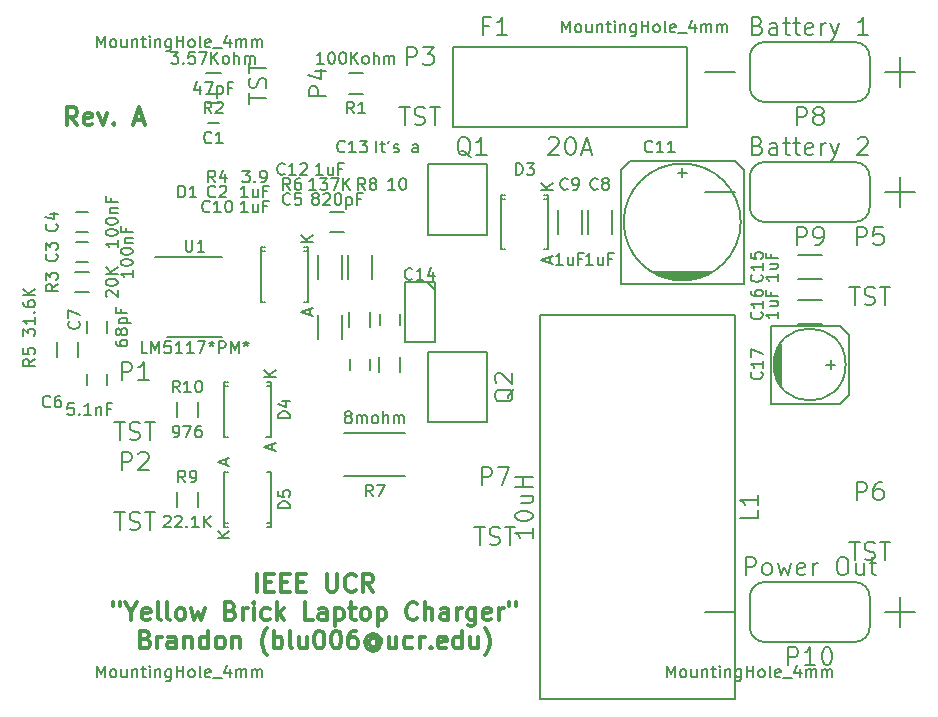
<source format=gto>
G04 #@! TF.FileFunction,Legend,Top*
%FSLAX46Y46*%
G04 Gerber Fmt 4.6, Leading zero omitted, Abs format (unit mm)*
G04 Created by KiCad (PCBNEW (2014-12-22 BZR 5335)-product) date Thu 25 Dec 2014 04:56:00 AM PST*
%MOMM*%
G01*
G04 APERTURE LIST*
%ADD10C,0.100000*%
%ADD11C,0.300000*%
%ADD12C,0.150000*%
G04 APERTURE END LIST*
D10*
D11*
X144998572Y-79418571D02*
X144498572Y-78704286D01*
X144141429Y-79418571D02*
X144141429Y-77918571D01*
X144712857Y-77918571D01*
X144855715Y-77990000D01*
X144927143Y-78061429D01*
X144998572Y-78204286D01*
X144998572Y-78418571D01*
X144927143Y-78561429D01*
X144855715Y-78632857D01*
X144712857Y-78704286D01*
X144141429Y-78704286D01*
X146212857Y-79347143D02*
X146070000Y-79418571D01*
X145784286Y-79418571D01*
X145641429Y-79347143D01*
X145570000Y-79204286D01*
X145570000Y-78632857D01*
X145641429Y-78490000D01*
X145784286Y-78418571D01*
X146070000Y-78418571D01*
X146212857Y-78490000D01*
X146284286Y-78632857D01*
X146284286Y-78775714D01*
X145570000Y-78918571D01*
X146784286Y-78418571D02*
X147141429Y-79418571D01*
X147498571Y-78418571D01*
X148070000Y-79275714D02*
X148141428Y-79347143D01*
X148070000Y-79418571D01*
X147998571Y-79347143D01*
X148070000Y-79275714D01*
X148070000Y-79418571D01*
X149855714Y-78990000D02*
X150570000Y-78990000D01*
X149712857Y-79418571D02*
X150212857Y-77918571D01*
X150712857Y-79418571D01*
X160207143Y-118928571D02*
X160207143Y-117428571D01*
X160921429Y-118142857D02*
X161421429Y-118142857D01*
X161635715Y-118928571D02*
X160921429Y-118928571D01*
X160921429Y-117428571D01*
X161635715Y-117428571D01*
X162278572Y-118142857D02*
X162778572Y-118142857D01*
X162992858Y-118928571D02*
X162278572Y-118928571D01*
X162278572Y-117428571D01*
X162992858Y-117428571D01*
X163635715Y-118142857D02*
X164135715Y-118142857D01*
X164350001Y-118928571D02*
X163635715Y-118928571D01*
X163635715Y-117428571D01*
X164350001Y-117428571D01*
X166135715Y-117428571D02*
X166135715Y-118642857D01*
X166207143Y-118785714D01*
X166278572Y-118857143D01*
X166421429Y-118928571D01*
X166707143Y-118928571D01*
X166850001Y-118857143D01*
X166921429Y-118785714D01*
X166992858Y-118642857D01*
X166992858Y-117428571D01*
X168564287Y-118785714D02*
X168492858Y-118857143D01*
X168278572Y-118928571D01*
X168135715Y-118928571D01*
X167921430Y-118857143D01*
X167778572Y-118714286D01*
X167707144Y-118571429D01*
X167635715Y-118285714D01*
X167635715Y-118071429D01*
X167707144Y-117785714D01*
X167778572Y-117642857D01*
X167921430Y-117500000D01*
X168135715Y-117428571D01*
X168278572Y-117428571D01*
X168492858Y-117500000D01*
X168564287Y-117571429D01*
X170064287Y-118928571D02*
X169564287Y-118214286D01*
X169207144Y-118928571D02*
X169207144Y-117428571D01*
X169778572Y-117428571D01*
X169921430Y-117500000D01*
X169992858Y-117571429D01*
X170064287Y-117714286D01*
X170064287Y-117928571D01*
X169992858Y-118071429D01*
X169921430Y-118142857D01*
X169778572Y-118214286D01*
X169207144Y-118214286D01*
X148064286Y-119828571D02*
X148064286Y-120114286D01*
X148635715Y-119828571D02*
X148635715Y-120114286D01*
X149564286Y-120614286D02*
X149564286Y-121328571D01*
X149064286Y-119828571D02*
X149564286Y-120614286D01*
X150064286Y-119828571D01*
X151135714Y-121257143D02*
X150992857Y-121328571D01*
X150707143Y-121328571D01*
X150564286Y-121257143D01*
X150492857Y-121114286D01*
X150492857Y-120542857D01*
X150564286Y-120400000D01*
X150707143Y-120328571D01*
X150992857Y-120328571D01*
X151135714Y-120400000D01*
X151207143Y-120542857D01*
X151207143Y-120685714D01*
X150492857Y-120828571D01*
X152064286Y-121328571D02*
X151921428Y-121257143D01*
X151850000Y-121114286D01*
X151850000Y-119828571D01*
X152850000Y-121328571D02*
X152707142Y-121257143D01*
X152635714Y-121114286D01*
X152635714Y-119828571D01*
X153635714Y-121328571D02*
X153492856Y-121257143D01*
X153421428Y-121185714D01*
X153349999Y-121042857D01*
X153349999Y-120614286D01*
X153421428Y-120471429D01*
X153492856Y-120400000D01*
X153635714Y-120328571D01*
X153849999Y-120328571D01*
X153992856Y-120400000D01*
X154064285Y-120471429D01*
X154135714Y-120614286D01*
X154135714Y-121042857D01*
X154064285Y-121185714D01*
X153992856Y-121257143D01*
X153849999Y-121328571D01*
X153635714Y-121328571D01*
X154635714Y-120328571D02*
X154921428Y-121328571D01*
X155207142Y-120614286D01*
X155492857Y-121328571D01*
X155778571Y-120328571D01*
X157992857Y-120542857D02*
X158207143Y-120614286D01*
X158278571Y-120685714D01*
X158350000Y-120828571D01*
X158350000Y-121042857D01*
X158278571Y-121185714D01*
X158207143Y-121257143D01*
X158064285Y-121328571D01*
X157492857Y-121328571D01*
X157492857Y-119828571D01*
X157992857Y-119828571D01*
X158135714Y-119900000D01*
X158207143Y-119971429D01*
X158278571Y-120114286D01*
X158278571Y-120257143D01*
X158207143Y-120400000D01*
X158135714Y-120471429D01*
X157992857Y-120542857D01*
X157492857Y-120542857D01*
X158992857Y-121328571D02*
X158992857Y-120328571D01*
X158992857Y-120614286D02*
X159064285Y-120471429D01*
X159135714Y-120400000D01*
X159278571Y-120328571D01*
X159421428Y-120328571D01*
X159921428Y-121328571D02*
X159921428Y-120328571D01*
X159921428Y-119828571D02*
X159849999Y-119900000D01*
X159921428Y-119971429D01*
X159992856Y-119900000D01*
X159921428Y-119828571D01*
X159921428Y-119971429D01*
X161278571Y-121257143D02*
X161135714Y-121328571D01*
X160850000Y-121328571D01*
X160707142Y-121257143D01*
X160635714Y-121185714D01*
X160564285Y-121042857D01*
X160564285Y-120614286D01*
X160635714Y-120471429D01*
X160707142Y-120400000D01*
X160850000Y-120328571D01*
X161135714Y-120328571D01*
X161278571Y-120400000D01*
X161921428Y-121328571D02*
X161921428Y-119828571D01*
X162064285Y-120757143D02*
X162492856Y-121328571D01*
X162492856Y-120328571D02*
X161921428Y-120900000D01*
X164992857Y-121328571D02*
X164278571Y-121328571D01*
X164278571Y-119828571D01*
X166135714Y-121328571D02*
X166135714Y-120542857D01*
X166064285Y-120400000D01*
X165921428Y-120328571D01*
X165635714Y-120328571D01*
X165492857Y-120400000D01*
X166135714Y-121257143D02*
X165992857Y-121328571D01*
X165635714Y-121328571D01*
X165492857Y-121257143D01*
X165421428Y-121114286D01*
X165421428Y-120971429D01*
X165492857Y-120828571D01*
X165635714Y-120757143D01*
X165992857Y-120757143D01*
X166135714Y-120685714D01*
X166850000Y-120328571D02*
X166850000Y-121828571D01*
X166850000Y-120400000D02*
X166992857Y-120328571D01*
X167278571Y-120328571D01*
X167421428Y-120400000D01*
X167492857Y-120471429D01*
X167564286Y-120614286D01*
X167564286Y-121042857D01*
X167492857Y-121185714D01*
X167421428Y-121257143D01*
X167278571Y-121328571D01*
X166992857Y-121328571D01*
X166850000Y-121257143D01*
X167992857Y-120328571D02*
X168564286Y-120328571D01*
X168207143Y-119828571D02*
X168207143Y-121114286D01*
X168278571Y-121257143D01*
X168421429Y-121328571D01*
X168564286Y-121328571D01*
X169278572Y-121328571D02*
X169135714Y-121257143D01*
X169064286Y-121185714D01*
X168992857Y-121042857D01*
X168992857Y-120614286D01*
X169064286Y-120471429D01*
X169135714Y-120400000D01*
X169278572Y-120328571D01*
X169492857Y-120328571D01*
X169635714Y-120400000D01*
X169707143Y-120471429D01*
X169778572Y-120614286D01*
X169778572Y-121042857D01*
X169707143Y-121185714D01*
X169635714Y-121257143D01*
X169492857Y-121328571D01*
X169278572Y-121328571D01*
X170421429Y-120328571D02*
X170421429Y-121828571D01*
X170421429Y-120400000D02*
X170564286Y-120328571D01*
X170850000Y-120328571D01*
X170992857Y-120400000D01*
X171064286Y-120471429D01*
X171135715Y-120614286D01*
X171135715Y-121042857D01*
X171064286Y-121185714D01*
X170992857Y-121257143D01*
X170850000Y-121328571D01*
X170564286Y-121328571D01*
X170421429Y-121257143D01*
X173778572Y-121185714D02*
X173707143Y-121257143D01*
X173492857Y-121328571D01*
X173350000Y-121328571D01*
X173135715Y-121257143D01*
X172992857Y-121114286D01*
X172921429Y-120971429D01*
X172850000Y-120685714D01*
X172850000Y-120471429D01*
X172921429Y-120185714D01*
X172992857Y-120042857D01*
X173135715Y-119900000D01*
X173350000Y-119828571D01*
X173492857Y-119828571D01*
X173707143Y-119900000D01*
X173778572Y-119971429D01*
X174421429Y-121328571D02*
X174421429Y-119828571D01*
X175064286Y-121328571D02*
X175064286Y-120542857D01*
X174992857Y-120400000D01*
X174850000Y-120328571D01*
X174635715Y-120328571D01*
X174492857Y-120400000D01*
X174421429Y-120471429D01*
X176421429Y-121328571D02*
X176421429Y-120542857D01*
X176350000Y-120400000D01*
X176207143Y-120328571D01*
X175921429Y-120328571D01*
X175778572Y-120400000D01*
X176421429Y-121257143D02*
X176278572Y-121328571D01*
X175921429Y-121328571D01*
X175778572Y-121257143D01*
X175707143Y-121114286D01*
X175707143Y-120971429D01*
X175778572Y-120828571D01*
X175921429Y-120757143D01*
X176278572Y-120757143D01*
X176421429Y-120685714D01*
X177135715Y-121328571D02*
X177135715Y-120328571D01*
X177135715Y-120614286D02*
X177207143Y-120471429D01*
X177278572Y-120400000D01*
X177421429Y-120328571D01*
X177564286Y-120328571D01*
X178707143Y-120328571D02*
X178707143Y-121542857D01*
X178635714Y-121685714D01*
X178564286Y-121757143D01*
X178421429Y-121828571D01*
X178207143Y-121828571D01*
X178064286Y-121757143D01*
X178707143Y-121257143D02*
X178564286Y-121328571D01*
X178278572Y-121328571D01*
X178135714Y-121257143D01*
X178064286Y-121185714D01*
X177992857Y-121042857D01*
X177992857Y-120614286D01*
X178064286Y-120471429D01*
X178135714Y-120400000D01*
X178278572Y-120328571D01*
X178564286Y-120328571D01*
X178707143Y-120400000D01*
X179992857Y-121257143D02*
X179850000Y-121328571D01*
X179564286Y-121328571D01*
X179421429Y-121257143D01*
X179350000Y-121114286D01*
X179350000Y-120542857D01*
X179421429Y-120400000D01*
X179564286Y-120328571D01*
X179850000Y-120328571D01*
X179992857Y-120400000D01*
X180064286Y-120542857D01*
X180064286Y-120685714D01*
X179350000Y-120828571D01*
X180707143Y-121328571D02*
X180707143Y-120328571D01*
X180707143Y-120614286D02*
X180778571Y-120471429D01*
X180850000Y-120400000D01*
X180992857Y-120328571D01*
X181135714Y-120328571D01*
X181564285Y-119828571D02*
X181564285Y-120114286D01*
X182135714Y-119828571D02*
X182135714Y-120114286D01*
X150778573Y-122942857D02*
X150992859Y-123014286D01*
X151064287Y-123085714D01*
X151135716Y-123228571D01*
X151135716Y-123442857D01*
X151064287Y-123585714D01*
X150992859Y-123657143D01*
X150850001Y-123728571D01*
X150278573Y-123728571D01*
X150278573Y-122228571D01*
X150778573Y-122228571D01*
X150921430Y-122300000D01*
X150992859Y-122371429D01*
X151064287Y-122514286D01*
X151064287Y-122657143D01*
X150992859Y-122800000D01*
X150921430Y-122871429D01*
X150778573Y-122942857D01*
X150278573Y-122942857D01*
X151778573Y-123728571D02*
X151778573Y-122728571D01*
X151778573Y-123014286D02*
X151850001Y-122871429D01*
X151921430Y-122800000D01*
X152064287Y-122728571D01*
X152207144Y-122728571D01*
X153350001Y-123728571D02*
X153350001Y-122942857D01*
X153278572Y-122800000D01*
X153135715Y-122728571D01*
X152850001Y-122728571D01*
X152707144Y-122800000D01*
X153350001Y-123657143D02*
X153207144Y-123728571D01*
X152850001Y-123728571D01*
X152707144Y-123657143D01*
X152635715Y-123514286D01*
X152635715Y-123371429D01*
X152707144Y-123228571D01*
X152850001Y-123157143D01*
X153207144Y-123157143D01*
X153350001Y-123085714D01*
X154064287Y-122728571D02*
X154064287Y-123728571D01*
X154064287Y-122871429D02*
X154135715Y-122800000D01*
X154278573Y-122728571D01*
X154492858Y-122728571D01*
X154635715Y-122800000D01*
X154707144Y-122942857D01*
X154707144Y-123728571D01*
X156064287Y-123728571D02*
X156064287Y-122228571D01*
X156064287Y-123657143D02*
X155921430Y-123728571D01*
X155635716Y-123728571D01*
X155492858Y-123657143D01*
X155421430Y-123585714D01*
X155350001Y-123442857D01*
X155350001Y-123014286D01*
X155421430Y-122871429D01*
X155492858Y-122800000D01*
X155635716Y-122728571D01*
X155921430Y-122728571D01*
X156064287Y-122800000D01*
X156992859Y-123728571D02*
X156850001Y-123657143D01*
X156778573Y-123585714D01*
X156707144Y-123442857D01*
X156707144Y-123014286D01*
X156778573Y-122871429D01*
X156850001Y-122800000D01*
X156992859Y-122728571D01*
X157207144Y-122728571D01*
X157350001Y-122800000D01*
X157421430Y-122871429D01*
X157492859Y-123014286D01*
X157492859Y-123442857D01*
X157421430Y-123585714D01*
X157350001Y-123657143D01*
X157207144Y-123728571D01*
X156992859Y-123728571D01*
X158135716Y-122728571D02*
X158135716Y-123728571D01*
X158135716Y-122871429D02*
X158207144Y-122800000D01*
X158350002Y-122728571D01*
X158564287Y-122728571D01*
X158707144Y-122800000D01*
X158778573Y-122942857D01*
X158778573Y-123728571D01*
X161064287Y-124300000D02*
X160992859Y-124228571D01*
X160850002Y-124014286D01*
X160778573Y-123871429D01*
X160707144Y-123657143D01*
X160635716Y-123300000D01*
X160635716Y-123014286D01*
X160707144Y-122657143D01*
X160778573Y-122442857D01*
X160850002Y-122300000D01*
X160992859Y-122085714D01*
X161064287Y-122014286D01*
X161635716Y-123728571D02*
X161635716Y-122228571D01*
X161635716Y-122800000D02*
X161778573Y-122728571D01*
X162064287Y-122728571D01*
X162207144Y-122800000D01*
X162278573Y-122871429D01*
X162350002Y-123014286D01*
X162350002Y-123442857D01*
X162278573Y-123585714D01*
X162207144Y-123657143D01*
X162064287Y-123728571D01*
X161778573Y-123728571D01*
X161635716Y-123657143D01*
X163207145Y-123728571D02*
X163064287Y-123657143D01*
X162992859Y-123514286D01*
X162992859Y-122228571D01*
X164421430Y-122728571D02*
X164421430Y-123728571D01*
X163778573Y-122728571D02*
X163778573Y-123514286D01*
X163850001Y-123657143D01*
X163992859Y-123728571D01*
X164207144Y-123728571D01*
X164350001Y-123657143D01*
X164421430Y-123585714D01*
X165421430Y-122228571D02*
X165564287Y-122228571D01*
X165707144Y-122300000D01*
X165778573Y-122371429D01*
X165850002Y-122514286D01*
X165921430Y-122800000D01*
X165921430Y-123157143D01*
X165850002Y-123442857D01*
X165778573Y-123585714D01*
X165707144Y-123657143D01*
X165564287Y-123728571D01*
X165421430Y-123728571D01*
X165278573Y-123657143D01*
X165207144Y-123585714D01*
X165135716Y-123442857D01*
X165064287Y-123157143D01*
X165064287Y-122800000D01*
X165135716Y-122514286D01*
X165207144Y-122371429D01*
X165278573Y-122300000D01*
X165421430Y-122228571D01*
X166850001Y-122228571D02*
X166992858Y-122228571D01*
X167135715Y-122300000D01*
X167207144Y-122371429D01*
X167278573Y-122514286D01*
X167350001Y-122800000D01*
X167350001Y-123157143D01*
X167278573Y-123442857D01*
X167207144Y-123585714D01*
X167135715Y-123657143D01*
X166992858Y-123728571D01*
X166850001Y-123728571D01*
X166707144Y-123657143D01*
X166635715Y-123585714D01*
X166564287Y-123442857D01*
X166492858Y-123157143D01*
X166492858Y-122800000D01*
X166564287Y-122514286D01*
X166635715Y-122371429D01*
X166707144Y-122300000D01*
X166850001Y-122228571D01*
X168635715Y-122228571D02*
X168350001Y-122228571D01*
X168207144Y-122300000D01*
X168135715Y-122371429D01*
X167992858Y-122585714D01*
X167921429Y-122871429D01*
X167921429Y-123442857D01*
X167992858Y-123585714D01*
X168064286Y-123657143D01*
X168207144Y-123728571D01*
X168492858Y-123728571D01*
X168635715Y-123657143D01*
X168707144Y-123585714D01*
X168778572Y-123442857D01*
X168778572Y-123085714D01*
X168707144Y-122942857D01*
X168635715Y-122871429D01*
X168492858Y-122800000D01*
X168207144Y-122800000D01*
X168064286Y-122871429D01*
X167992858Y-122942857D01*
X167921429Y-123085714D01*
X170350000Y-123014286D02*
X170278572Y-122942857D01*
X170135715Y-122871429D01*
X169992857Y-122871429D01*
X169850000Y-122942857D01*
X169778572Y-123014286D01*
X169707143Y-123157143D01*
X169707143Y-123300000D01*
X169778572Y-123442857D01*
X169850000Y-123514286D01*
X169992857Y-123585714D01*
X170135715Y-123585714D01*
X170278572Y-123514286D01*
X170350000Y-123442857D01*
X170350000Y-122871429D02*
X170350000Y-123442857D01*
X170421429Y-123514286D01*
X170492857Y-123514286D01*
X170635715Y-123442857D01*
X170707143Y-123300000D01*
X170707143Y-122942857D01*
X170564286Y-122728571D01*
X170350000Y-122585714D01*
X170064286Y-122514286D01*
X169778572Y-122585714D01*
X169564286Y-122728571D01*
X169421429Y-122942857D01*
X169350000Y-123228571D01*
X169421429Y-123514286D01*
X169564286Y-123728571D01*
X169778572Y-123871429D01*
X170064286Y-123942857D01*
X170350000Y-123871429D01*
X170564286Y-123728571D01*
X171992857Y-122728571D02*
X171992857Y-123728571D01*
X171350000Y-122728571D02*
X171350000Y-123514286D01*
X171421428Y-123657143D01*
X171564286Y-123728571D01*
X171778571Y-123728571D01*
X171921428Y-123657143D01*
X171992857Y-123585714D01*
X173350000Y-123657143D02*
X173207143Y-123728571D01*
X172921429Y-123728571D01*
X172778571Y-123657143D01*
X172707143Y-123585714D01*
X172635714Y-123442857D01*
X172635714Y-123014286D01*
X172707143Y-122871429D01*
X172778571Y-122800000D01*
X172921429Y-122728571D01*
X173207143Y-122728571D01*
X173350000Y-122800000D01*
X173992857Y-123728571D02*
X173992857Y-122728571D01*
X173992857Y-123014286D02*
X174064285Y-122871429D01*
X174135714Y-122800000D01*
X174278571Y-122728571D01*
X174421428Y-122728571D01*
X174921428Y-123585714D02*
X174992856Y-123657143D01*
X174921428Y-123728571D01*
X174849999Y-123657143D01*
X174921428Y-123585714D01*
X174921428Y-123728571D01*
X176207142Y-123657143D02*
X176064285Y-123728571D01*
X175778571Y-123728571D01*
X175635714Y-123657143D01*
X175564285Y-123514286D01*
X175564285Y-122942857D01*
X175635714Y-122800000D01*
X175778571Y-122728571D01*
X176064285Y-122728571D01*
X176207142Y-122800000D01*
X176278571Y-122942857D01*
X176278571Y-123085714D01*
X175564285Y-123228571D01*
X177564285Y-123728571D02*
X177564285Y-122228571D01*
X177564285Y-123657143D02*
X177421428Y-123728571D01*
X177135714Y-123728571D01*
X176992856Y-123657143D01*
X176921428Y-123585714D01*
X176849999Y-123442857D01*
X176849999Y-123014286D01*
X176921428Y-122871429D01*
X176992856Y-122800000D01*
X177135714Y-122728571D01*
X177421428Y-122728571D01*
X177564285Y-122800000D01*
X178921428Y-122728571D02*
X178921428Y-123728571D01*
X178278571Y-122728571D02*
X178278571Y-123514286D01*
X178349999Y-123657143D01*
X178492857Y-123728571D01*
X178707142Y-123728571D01*
X178849999Y-123657143D01*
X178921428Y-123585714D01*
X179492857Y-124300000D02*
X179564285Y-124228571D01*
X179707142Y-124014286D01*
X179778571Y-123871429D01*
X179850000Y-123657143D01*
X179921428Y-123300000D01*
X179921428Y-123014286D01*
X179850000Y-122657143D01*
X179778571Y-122442857D01*
X179707142Y-122300000D01*
X179564285Y-122085714D01*
X179492857Y-122014286D01*
D12*
X175260000Y-92760800D02*
X175260000Y-97790000D01*
X175260000Y-97790000D02*
X172720000Y-97790000D01*
X172720000Y-97790000D02*
X172720000Y-92710000D01*
X172720000Y-92710000D02*
X175260000Y-92710000D01*
X174625000Y-92710000D02*
X175260000Y-93345000D01*
X196596000Y-72834000D02*
X196596000Y-79566000D01*
X196596000Y-79566000D02*
X176784000Y-79566000D01*
X176784000Y-79566000D02*
X176784000Y-72834000D01*
X176784000Y-72834000D02*
X196596000Y-72834000D01*
X184145000Y-128016000D02*
X200665000Y-128016000D01*
X184145000Y-95504000D02*
X200665000Y-95504000D01*
X200665000Y-128016000D02*
X200665000Y-95504000D01*
X184145000Y-95504000D02*
X184145000Y-128016000D01*
X200660000Y-74930000D02*
X198120000Y-74930000D01*
X214630000Y-76200000D02*
X214630000Y-73660000D01*
X213360000Y-74930000D02*
X215900000Y-74930000D01*
X210820000Y-77470000D02*
G75*
G03X212090000Y-76200000I0J1270000D01*
G01*
X212090000Y-73660000D02*
G75*
G03X210820000Y-72390000I-1270000J0D01*
G01*
X203200000Y-72390000D02*
G75*
G03X201930000Y-73660000I0J-1270000D01*
G01*
X201930000Y-76200000D02*
G75*
G03X203200000Y-77470000I1270000J0D01*
G01*
X201930000Y-73660000D02*
X201930000Y-76200000D01*
X210820000Y-72390000D02*
X203200000Y-72390000D01*
X212090000Y-76200000D02*
X212090000Y-73660000D01*
X203200000Y-77470000D02*
X210820000Y-77470000D01*
X200660000Y-85090000D02*
X198120000Y-85090000D01*
X214630000Y-86360000D02*
X214630000Y-83820000D01*
X213360000Y-85090000D02*
X215900000Y-85090000D01*
X210820000Y-87630000D02*
G75*
G03X212090000Y-86360000I0J1270000D01*
G01*
X212090000Y-83820000D02*
G75*
G03X210820000Y-82550000I-1270000J0D01*
G01*
X203200000Y-82550000D02*
G75*
G03X201930000Y-83820000I0J-1270000D01*
G01*
X201930000Y-86360000D02*
G75*
G03X203200000Y-87630000I1270000J0D01*
G01*
X201930000Y-83820000D02*
X201930000Y-86360000D01*
X210820000Y-82550000D02*
X203200000Y-82550000D01*
X212090000Y-86360000D02*
X212090000Y-83820000D01*
X203200000Y-87630000D02*
X210820000Y-87630000D01*
X200660000Y-120650000D02*
X198120000Y-120650000D01*
X214630000Y-121920000D02*
X214630000Y-119380000D01*
X213360000Y-120650000D02*
X215900000Y-120650000D01*
X210820000Y-123190000D02*
G75*
G03X212090000Y-121920000I0J1270000D01*
G01*
X212090000Y-119380000D02*
G75*
G03X210820000Y-118110000I-1270000J0D01*
G01*
X203200000Y-118110000D02*
G75*
G03X201930000Y-119380000I0J-1270000D01*
G01*
X201930000Y-121920000D02*
G75*
G03X203200000Y-123190000I1270000J0D01*
G01*
X201930000Y-119380000D02*
X201930000Y-121920000D01*
X210820000Y-118110000D02*
X203200000Y-118110000D01*
X212090000Y-121920000D02*
X212090000Y-119380000D01*
X203200000Y-123190000D02*
X210820000Y-123190000D01*
X179665000Y-85725000D02*
X179665000Y-88725000D01*
X179665000Y-88725000D02*
X174665000Y-88725000D01*
X174665000Y-88725000D02*
X174665000Y-82725000D01*
X174665000Y-82725000D02*
X179665000Y-82725000D01*
X179665000Y-82725000D02*
X179665000Y-85725000D01*
X179665000Y-101600000D02*
X179665000Y-104600000D01*
X179665000Y-104600000D02*
X174665000Y-104600000D01*
X174665000Y-104600000D02*
X174665000Y-98600000D01*
X174665000Y-98600000D02*
X179665000Y-98600000D01*
X179665000Y-98600000D02*
X179665000Y-101600000D01*
X152615000Y-90605000D02*
X152615000Y-90630000D01*
X157265000Y-90605000D02*
X157265000Y-90630000D01*
X157265000Y-97355000D02*
X157265000Y-97330000D01*
X152615000Y-97355000D02*
X152615000Y-97330000D01*
X152615000Y-90605000D02*
X157265000Y-90605000D01*
X152615000Y-97355000D02*
X157265000Y-97355000D01*
X152615000Y-90630000D02*
X151540000Y-90630000D01*
X156027500Y-79272500D02*
X157027500Y-79272500D01*
X157027500Y-77572500D02*
X156027500Y-77572500D01*
X167395000Y-92440000D02*
X167395000Y-90440000D01*
X165345000Y-90440000D02*
X165345000Y-92440000D01*
X144915000Y-91020000D02*
X145915000Y-91020000D01*
X145915000Y-89320000D02*
X144915000Y-89320000D01*
X144915000Y-88480000D02*
X145915000Y-88480000D01*
X145915000Y-86780000D02*
X144915000Y-86780000D01*
X169760000Y-100195000D02*
X169760000Y-99195000D01*
X168060000Y-99195000D02*
X168060000Y-100195000D01*
X147535000Y-101465000D02*
X147535000Y-100465000D01*
X145835000Y-100465000D02*
X145835000Y-101465000D01*
X145835000Y-96020000D02*
X145835000Y-97020000D01*
X147535000Y-97020000D02*
X147535000Y-96020000D01*
X190255000Y-88630000D02*
X190255000Y-86630000D01*
X188205000Y-86630000D02*
X188205000Y-88630000D01*
X187715000Y-88630000D02*
X187715000Y-86630000D01*
X185665000Y-86630000D02*
X185665000Y-88630000D01*
X165345000Y-95520000D02*
X165345000Y-97520000D01*
X167395000Y-97520000D02*
X167395000Y-95520000D01*
X197231000Y-92456000D02*
X195199000Y-92456000D01*
X194818000Y-92329000D02*
X197739000Y-92329000D01*
X197993000Y-92202000D02*
X194437000Y-92202000D01*
X194056000Y-92075000D02*
X198374000Y-92075000D01*
X198628000Y-91948000D02*
X193802000Y-91948000D01*
X193675000Y-91821000D02*
X198755000Y-91821000D01*
X201168000Y-87630000D02*
G75*
G03X201168000Y-87630000I-4953000J0D01*
G01*
X191008000Y-92837000D02*
X201422000Y-92837000D01*
X201422000Y-92837000D02*
X201422000Y-83185000D01*
X201422000Y-83185000D02*
X200660000Y-82423000D01*
X200660000Y-82423000D02*
X191770000Y-82423000D01*
X191770000Y-82423000D02*
X191008000Y-83185000D01*
X191008000Y-83185000D02*
X191008000Y-92837000D01*
X196215000Y-83058000D02*
X196215000Y-83820000D01*
X195834000Y-83439000D02*
X196596000Y-83439000D01*
X167885000Y-90440000D02*
X167885000Y-92440000D01*
X169935000Y-92440000D02*
X169935000Y-90440000D01*
X172300000Y-96385000D02*
X172300000Y-95385000D01*
X170600000Y-95385000D02*
X170600000Y-96385000D01*
X206010000Y-92465000D02*
X208010000Y-92465000D01*
X208010000Y-90415000D02*
X206010000Y-90415000D01*
X206010000Y-96275000D02*
X208010000Y-96275000D01*
X208010000Y-94225000D02*
X206010000Y-94225000D01*
X164310060Y-94376240D02*
X164160200Y-94376240D01*
X164310060Y-90124280D02*
X164211000Y-90124280D01*
X164310060Y-89773760D02*
X164211000Y-89773760D01*
X160809940Y-94376240D02*
X160909000Y-94376240D01*
X160809940Y-90124280D02*
X160909000Y-90124280D01*
X160809940Y-89773760D02*
X160909000Y-89773760D01*
X164558980Y-90124280D02*
X164360860Y-90124280D01*
X160561020Y-90124280D02*
X160759140Y-90124280D01*
X164556440Y-89778840D02*
X164358320Y-89778840D01*
X164556440Y-94381320D02*
X164556440Y-89778840D01*
X164556440Y-94381320D02*
X164358320Y-94381320D01*
X160561020Y-94376240D02*
X160759140Y-94376240D01*
X160561020Y-94376240D02*
X160561020Y-89773760D01*
X160561020Y-89773760D02*
X160759140Y-89773760D01*
X184630060Y-89931240D02*
X184480200Y-89931240D01*
X184630060Y-85679280D02*
X184531000Y-85679280D01*
X184630060Y-85328760D02*
X184531000Y-85328760D01*
X181129940Y-89931240D02*
X181229000Y-89931240D01*
X181129940Y-85679280D02*
X181229000Y-85679280D01*
X181129940Y-85328760D02*
X181229000Y-85328760D01*
X184878980Y-85679280D02*
X184680860Y-85679280D01*
X180881020Y-85679280D02*
X181079140Y-85679280D01*
X184876440Y-85333840D02*
X184678320Y-85333840D01*
X184876440Y-89936320D02*
X184876440Y-85333840D01*
X184876440Y-89936320D02*
X184678320Y-89936320D01*
X180881020Y-89931240D02*
X181079140Y-89931240D01*
X180881020Y-89931240D02*
X180881020Y-85328760D01*
X180881020Y-85328760D02*
X181079140Y-85328760D01*
X161135060Y-105806240D02*
X160985200Y-105806240D01*
X161135060Y-101554280D02*
X161036000Y-101554280D01*
X161135060Y-101203760D02*
X161036000Y-101203760D01*
X157634940Y-105806240D02*
X157734000Y-105806240D01*
X157634940Y-101554280D02*
X157734000Y-101554280D01*
X157634940Y-101203760D02*
X157734000Y-101203760D01*
X161383980Y-101554280D02*
X161185860Y-101554280D01*
X157386020Y-101554280D02*
X157584140Y-101554280D01*
X161381440Y-101208840D02*
X161183320Y-101208840D01*
X161381440Y-105811320D02*
X161381440Y-101208840D01*
X161381440Y-105811320D02*
X161183320Y-105811320D01*
X157386020Y-105806240D02*
X157584140Y-105806240D01*
X157386020Y-105806240D02*
X157386020Y-101203760D01*
X157386020Y-101203760D02*
X157584140Y-101203760D01*
X157634940Y-108823760D02*
X157784800Y-108823760D01*
X157634940Y-113075720D02*
X157734000Y-113075720D01*
X157634940Y-113426240D02*
X157734000Y-113426240D01*
X161135060Y-108823760D02*
X161036000Y-108823760D01*
X161135060Y-113075720D02*
X161036000Y-113075720D01*
X161135060Y-113426240D02*
X161036000Y-113426240D01*
X157386020Y-113075720D02*
X157584140Y-113075720D01*
X161383980Y-113075720D02*
X161185860Y-113075720D01*
X157388560Y-113421160D02*
X157586680Y-113421160D01*
X157388560Y-108818680D02*
X157388560Y-113421160D01*
X157388560Y-108818680D02*
X157586680Y-108818680D01*
X161383980Y-108823760D02*
X161185860Y-108823760D01*
X161383980Y-108823760D02*
X161383980Y-113426240D01*
X161383980Y-113426240D02*
X161185860Y-113426240D01*
X167992500Y-75007500D02*
X169192500Y-75007500D01*
X169192500Y-76757500D02*
X167992500Y-76757500D01*
X155927500Y-75007500D02*
X157127500Y-75007500D01*
X157127500Y-76757500D02*
X155927500Y-76757500D01*
X144815000Y-91835000D02*
X146015000Y-91835000D01*
X146015000Y-93585000D02*
X144815000Y-93585000D01*
X166405000Y-86755000D02*
X167605000Y-86755000D01*
X167605000Y-88505000D02*
X166405000Y-88505000D01*
X145020000Y-97825000D02*
X145020000Y-99025000D01*
X143270000Y-99025000D02*
X143270000Y-97825000D01*
X168035000Y-96485000D02*
X168035000Y-95285000D01*
X169785000Y-95285000D02*
X169785000Y-96485000D01*
X167580000Y-105490000D02*
X172780000Y-105490000D01*
X172780000Y-109140000D02*
X167580000Y-109140000D01*
X170575000Y-100295000D02*
X170575000Y-99095000D01*
X172325000Y-99095000D02*
X172325000Y-100295000D01*
X155180000Y-110525000D02*
X155180000Y-111725000D01*
X153430000Y-111725000D02*
X153430000Y-110525000D01*
X155180000Y-102905000D02*
X155180000Y-104105000D01*
X153430000Y-104105000D02*
X153430000Y-102905000D01*
X204089000Y-98933000D02*
X204089000Y-100457000D01*
X204216000Y-100838000D02*
X204216000Y-98552000D01*
X204343000Y-98298000D02*
X204343000Y-101092000D01*
X204470000Y-101346000D02*
X204470000Y-98044000D01*
X204597000Y-97917000D02*
X204597000Y-101473000D01*
X210058000Y-99695000D02*
G75*
G03X210058000Y-99695000I-3048000J0D01*
G01*
X203708000Y-96393000D02*
X203708000Y-102997000D01*
X203708000Y-102997000D02*
X209550000Y-102997000D01*
X209550000Y-102997000D02*
X210312000Y-102235000D01*
X210312000Y-102235000D02*
X210312000Y-97155000D01*
X210312000Y-97155000D02*
X209550000Y-96393000D01*
X209550000Y-96393000D02*
X203708000Y-96393000D01*
X209169000Y-99695000D02*
X208407000Y-99695000D01*
X208788000Y-99314000D02*
X208788000Y-100076000D01*
X173347143Y-92432143D02*
X173299524Y-92479762D01*
X173156667Y-92527381D01*
X173061429Y-92527381D01*
X172918571Y-92479762D01*
X172823333Y-92384524D01*
X172775714Y-92289286D01*
X172728095Y-92098810D01*
X172728095Y-91955952D01*
X172775714Y-91765476D01*
X172823333Y-91670238D01*
X172918571Y-91575000D01*
X173061429Y-91527381D01*
X173156667Y-91527381D01*
X173299524Y-91575000D01*
X173347143Y-91622619D01*
X174299524Y-92527381D02*
X173728095Y-92527381D01*
X174013809Y-92527381D02*
X174013809Y-91527381D01*
X173918571Y-91670238D01*
X173823333Y-91765476D01*
X173728095Y-91813095D01*
X175156667Y-91860714D02*
X175156667Y-92527381D01*
X174918571Y-91479762D02*
X174680476Y-92194048D01*
X175299524Y-92194048D01*
X179840001Y-71012857D02*
X179340001Y-71012857D01*
X179340001Y-71798571D02*
X179340001Y-70298571D01*
X180054287Y-70298571D01*
X181411429Y-71798571D02*
X180554286Y-71798571D01*
X180982858Y-71798571D02*
X180982858Y-70298571D01*
X180840001Y-70512857D01*
X180697143Y-70655714D01*
X180554286Y-70727143D01*
X184904286Y-80601429D02*
X184975715Y-80530000D01*
X185118572Y-80458571D01*
X185475715Y-80458571D01*
X185618572Y-80530000D01*
X185690001Y-80601429D01*
X185761429Y-80744286D01*
X185761429Y-80887143D01*
X185690001Y-81101429D01*
X184832858Y-81958571D01*
X185761429Y-81958571D01*
X186690000Y-80458571D02*
X186832857Y-80458571D01*
X186975714Y-80530000D01*
X187047143Y-80601429D01*
X187118572Y-80744286D01*
X187190000Y-81030000D01*
X187190000Y-81387143D01*
X187118572Y-81672857D01*
X187047143Y-81815714D01*
X186975714Y-81887143D01*
X186832857Y-81958571D01*
X186690000Y-81958571D01*
X186547143Y-81887143D01*
X186475714Y-81815714D01*
X186404286Y-81672857D01*
X186332857Y-81387143D01*
X186332857Y-81030000D01*
X186404286Y-80744286D01*
X186475714Y-80601429D01*
X186547143Y-80530000D01*
X186690000Y-80458571D01*
X187761428Y-81530000D02*
X188475714Y-81530000D01*
X187618571Y-81958571D02*
X188118571Y-80458571D01*
X188618571Y-81958571D01*
X202608571Y-112009999D02*
X202608571Y-112724285D01*
X201108571Y-112724285D01*
X202608571Y-110724285D02*
X202608571Y-111581428D01*
X202608571Y-111152856D02*
X201108571Y-111152856D01*
X201322857Y-111295713D01*
X201465714Y-111438571D01*
X201537143Y-111581428D01*
X183558571Y-113510000D02*
X183558571Y-114367143D01*
X183558571Y-113938571D02*
X182058571Y-113938571D01*
X182272857Y-114081428D01*
X182415714Y-114224286D01*
X182487143Y-114367143D01*
X182058571Y-112581429D02*
X182058571Y-112438572D01*
X182130000Y-112295715D01*
X182201429Y-112224286D01*
X182344286Y-112152857D01*
X182630000Y-112081429D01*
X182987143Y-112081429D01*
X183272857Y-112152857D01*
X183415714Y-112224286D01*
X183487143Y-112295715D01*
X183558571Y-112438572D01*
X183558571Y-112581429D01*
X183487143Y-112724286D01*
X183415714Y-112795715D01*
X183272857Y-112867143D01*
X182987143Y-112938572D01*
X182630000Y-112938572D01*
X182344286Y-112867143D01*
X182201429Y-112795715D01*
X182130000Y-112724286D01*
X182058571Y-112581429D01*
X182558571Y-110795715D02*
X183558571Y-110795715D01*
X182558571Y-111438572D02*
X183344286Y-111438572D01*
X183487143Y-111367144D01*
X183558571Y-111224286D01*
X183558571Y-111010001D01*
X183487143Y-110867144D01*
X183415714Y-110795715D01*
X183558571Y-110081429D02*
X182058571Y-110081429D01*
X182772857Y-110081429D02*
X182772857Y-109224286D01*
X183558571Y-109224286D02*
X182058571Y-109224286D01*
X148752858Y-101008571D02*
X148752858Y-99508571D01*
X149324286Y-99508571D01*
X149467144Y-99580000D01*
X149538572Y-99651429D01*
X149610001Y-99794286D01*
X149610001Y-100008571D01*
X149538572Y-100151429D01*
X149467144Y-100222857D01*
X149324286Y-100294286D01*
X148752858Y-100294286D01*
X151038572Y-101008571D02*
X150181429Y-101008571D01*
X150610001Y-101008571D02*
X150610001Y-99508571D01*
X150467144Y-99722857D01*
X150324286Y-99865714D01*
X150181429Y-99937143D01*
X148145715Y-104588571D02*
X149002858Y-104588571D01*
X148574287Y-106088571D02*
X148574287Y-104588571D01*
X149431429Y-106017143D02*
X149645715Y-106088571D01*
X150002858Y-106088571D01*
X150145715Y-106017143D01*
X150217144Y-105945714D01*
X150288572Y-105802857D01*
X150288572Y-105660000D01*
X150217144Y-105517143D01*
X150145715Y-105445714D01*
X150002858Y-105374286D01*
X149717144Y-105302857D01*
X149574286Y-105231429D01*
X149502858Y-105160000D01*
X149431429Y-105017143D01*
X149431429Y-104874286D01*
X149502858Y-104731429D01*
X149574286Y-104660000D01*
X149717144Y-104588571D01*
X150074286Y-104588571D01*
X150288572Y-104660000D01*
X150717143Y-104588571D02*
X151574286Y-104588571D01*
X151145715Y-106088571D02*
X151145715Y-104588571D01*
X148752858Y-108628571D02*
X148752858Y-107128571D01*
X149324286Y-107128571D01*
X149467144Y-107200000D01*
X149538572Y-107271429D01*
X149610001Y-107414286D01*
X149610001Y-107628571D01*
X149538572Y-107771429D01*
X149467144Y-107842857D01*
X149324286Y-107914286D01*
X148752858Y-107914286D01*
X150181429Y-107271429D02*
X150252858Y-107200000D01*
X150395715Y-107128571D01*
X150752858Y-107128571D01*
X150895715Y-107200000D01*
X150967144Y-107271429D01*
X151038572Y-107414286D01*
X151038572Y-107557143D01*
X150967144Y-107771429D01*
X150110001Y-108628571D01*
X151038572Y-108628571D01*
X148145715Y-112208571D02*
X149002858Y-112208571D01*
X148574287Y-113708571D02*
X148574287Y-112208571D01*
X149431429Y-113637143D02*
X149645715Y-113708571D01*
X150002858Y-113708571D01*
X150145715Y-113637143D01*
X150217144Y-113565714D01*
X150288572Y-113422857D01*
X150288572Y-113280000D01*
X150217144Y-113137143D01*
X150145715Y-113065714D01*
X150002858Y-112994286D01*
X149717144Y-112922857D01*
X149574286Y-112851429D01*
X149502858Y-112780000D01*
X149431429Y-112637143D01*
X149431429Y-112494286D01*
X149502858Y-112351429D01*
X149574286Y-112280000D01*
X149717144Y-112208571D01*
X150074286Y-112208571D01*
X150288572Y-112280000D01*
X150717143Y-112208571D02*
X151574286Y-112208571D01*
X151145715Y-113708571D02*
X151145715Y-112208571D01*
X172882858Y-74338571D02*
X172882858Y-72838571D01*
X173454286Y-72838571D01*
X173597144Y-72910000D01*
X173668572Y-72981429D01*
X173740001Y-73124286D01*
X173740001Y-73338571D01*
X173668572Y-73481429D01*
X173597144Y-73552857D01*
X173454286Y-73624286D01*
X172882858Y-73624286D01*
X174240001Y-72838571D02*
X175168572Y-72838571D01*
X174668572Y-73410000D01*
X174882858Y-73410000D01*
X175025715Y-73481429D01*
X175097144Y-73552857D01*
X175168572Y-73695714D01*
X175168572Y-74052857D01*
X175097144Y-74195714D01*
X175025715Y-74267143D01*
X174882858Y-74338571D01*
X174454286Y-74338571D01*
X174311429Y-74267143D01*
X174240001Y-74195714D01*
X172275715Y-77918571D02*
X173132858Y-77918571D01*
X172704287Y-79418571D02*
X172704287Y-77918571D01*
X173561429Y-79347143D02*
X173775715Y-79418571D01*
X174132858Y-79418571D01*
X174275715Y-79347143D01*
X174347144Y-79275714D01*
X174418572Y-79132857D01*
X174418572Y-78990000D01*
X174347144Y-78847143D01*
X174275715Y-78775714D01*
X174132858Y-78704286D01*
X173847144Y-78632857D01*
X173704286Y-78561429D01*
X173632858Y-78490000D01*
X173561429Y-78347143D01*
X173561429Y-78204286D01*
X173632858Y-78061429D01*
X173704286Y-77990000D01*
X173847144Y-77918571D01*
X174204286Y-77918571D01*
X174418572Y-77990000D01*
X174847143Y-77918571D02*
X175704286Y-77918571D01*
X175275715Y-79418571D02*
X175275715Y-77918571D01*
X166096071Y-76989642D02*
X164596071Y-76989642D01*
X164596071Y-76418214D01*
X164667500Y-76275356D01*
X164738929Y-76203928D01*
X164881786Y-76132499D01*
X165096071Y-76132499D01*
X165238929Y-76203928D01*
X165310357Y-76275356D01*
X165381786Y-76418214D01*
X165381786Y-76989642D01*
X165096071Y-74846785D02*
X166096071Y-74846785D01*
X164524643Y-75203928D02*
X165596071Y-75561071D01*
X165596071Y-74632499D01*
X159516071Y-77596785D02*
X159516071Y-76739642D01*
X161016071Y-77168213D02*
X159516071Y-77168213D01*
X160944643Y-76311071D02*
X161016071Y-76096785D01*
X161016071Y-75739642D01*
X160944643Y-75596785D01*
X160873214Y-75525356D01*
X160730357Y-75453928D01*
X160587500Y-75453928D01*
X160444643Y-75525356D01*
X160373214Y-75596785D01*
X160301786Y-75739642D01*
X160230357Y-76025356D01*
X160158929Y-76168214D01*
X160087500Y-76239642D01*
X159944643Y-76311071D01*
X159801786Y-76311071D01*
X159658929Y-76239642D01*
X159587500Y-76168214D01*
X159516071Y-76025356D01*
X159516071Y-75668214D01*
X159587500Y-75453928D01*
X159516071Y-75025357D02*
X159516071Y-74168214D01*
X161016071Y-74596785D02*
X159516071Y-74596785D01*
X210982858Y-89578571D02*
X210982858Y-88078571D01*
X211554286Y-88078571D01*
X211697144Y-88150000D01*
X211768572Y-88221429D01*
X211840001Y-88364286D01*
X211840001Y-88578571D01*
X211768572Y-88721429D01*
X211697144Y-88792857D01*
X211554286Y-88864286D01*
X210982858Y-88864286D01*
X213197144Y-88078571D02*
X212482858Y-88078571D01*
X212411429Y-88792857D01*
X212482858Y-88721429D01*
X212625715Y-88650000D01*
X212982858Y-88650000D01*
X213125715Y-88721429D01*
X213197144Y-88792857D01*
X213268572Y-88935714D01*
X213268572Y-89292857D01*
X213197144Y-89435714D01*
X213125715Y-89507143D01*
X212982858Y-89578571D01*
X212625715Y-89578571D01*
X212482858Y-89507143D01*
X212411429Y-89435714D01*
X210375715Y-93158571D02*
X211232858Y-93158571D01*
X210804287Y-94658571D02*
X210804287Y-93158571D01*
X211661429Y-94587143D02*
X211875715Y-94658571D01*
X212232858Y-94658571D01*
X212375715Y-94587143D01*
X212447144Y-94515714D01*
X212518572Y-94372857D01*
X212518572Y-94230000D01*
X212447144Y-94087143D01*
X212375715Y-94015714D01*
X212232858Y-93944286D01*
X211947144Y-93872857D01*
X211804286Y-93801429D01*
X211732858Y-93730000D01*
X211661429Y-93587143D01*
X211661429Y-93444286D01*
X211732858Y-93301429D01*
X211804286Y-93230000D01*
X211947144Y-93158571D01*
X212304286Y-93158571D01*
X212518572Y-93230000D01*
X212947143Y-93158571D02*
X213804286Y-93158571D01*
X213375715Y-94658571D02*
X213375715Y-93158571D01*
X210982858Y-111168571D02*
X210982858Y-109668571D01*
X211554286Y-109668571D01*
X211697144Y-109740000D01*
X211768572Y-109811429D01*
X211840001Y-109954286D01*
X211840001Y-110168571D01*
X211768572Y-110311429D01*
X211697144Y-110382857D01*
X211554286Y-110454286D01*
X210982858Y-110454286D01*
X213125715Y-109668571D02*
X212840001Y-109668571D01*
X212697144Y-109740000D01*
X212625715Y-109811429D01*
X212482858Y-110025714D01*
X212411429Y-110311429D01*
X212411429Y-110882857D01*
X212482858Y-111025714D01*
X212554286Y-111097143D01*
X212697144Y-111168571D01*
X212982858Y-111168571D01*
X213125715Y-111097143D01*
X213197144Y-111025714D01*
X213268572Y-110882857D01*
X213268572Y-110525714D01*
X213197144Y-110382857D01*
X213125715Y-110311429D01*
X212982858Y-110240000D01*
X212697144Y-110240000D01*
X212554286Y-110311429D01*
X212482858Y-110382857D01*
X212411429Y-110525714D01*
X210375715Y-114748571D02*
X211232858Y-114748571D01*
X210804287Y-116248571D02*
X210804287Y-114748571D01*
X211661429Y-116177143D02*
X211875715Y-116248571D01*
X212232858Y-116248571D01*
X212375715Y-116177143D01*
X212447144Y-116105714D01*
X212518572Y-115962857D01*
X212518572Y-115820000D01*
X212447144Y-115677143D01*
X212375715Y-115605714D01*
X212232858Y-115534286D01*
X211947144Y-115462857D01*
X211804286Y-115391429D01*
X211732858Y-115320000D01*
X211661429Y-115177143D01*
X211661429Y-115034286D01*
X211732858Y-114891429D01*
X211804286Y-114820000D01*
X211947144Y-114748571D01*
X212304286Y-114748571D01*
X212518572Y-114820000D01*
X212947143Y-114748571D02*
X213804286Y-114748571D01*
X213375715Y-116248571D02*
X213375715Y-114748571D01*
X179232858Y-109898571D02*
X179232858Y-108398571D01*
X179804286Y-108398571D01*
X179947144Y-108470000D01*
X180018572Y-108541429D01*
X180090001Y-108684286D01*
X180090001Y-108898571D01*
X180018572Y-109041429D01*
X179947144Y-109112857D01*
X179804286Y-109184286D01*
X179232858Y-109184286D01*
X180590001Y-108398571D02*
X181590001Y-108398571D01*
X180947144Y-109898571D01*
X178625715Y-113478571D02*
X179482858Y-113478571D01*
X179054287Y-114978571D02*
X179054287Y-113478571D01*
X179911429Y-114907143D02*
X180125715Y-114978571D01*
X180482858Y-114978571D01*
X180625715Y-114907143D01*
X180697144Y-114835714D01*
X180768572Y-114692857D01*
X180768572Y-114550000D01*
X180697144Y-114407143D01*
X180625715Y-114335714D01*
X180482858Y-114264286D01*
X180197144Y-114192857D01*
X180054286Y-114121429D01*
X179982858Y-114050000D01*
X179911429Y-113907143D01*
X179911429Y-113764286D01*
X179982858Y-113621429D01*
X180054286Y-113550000D01*
X180197144Y-113478571D01*
X180554286Y-113478571D01*
X180768572Y-113550000D01*
X181197143Y-113478571D02*
X182054286Y-113478571D01*
X181625715Y-114978571D02*
X181625715Y-113478571D01*
X205902858Y-79418571D02*
X205902858Y-77918571D01*
X206474286Y-77918571D01*
X206617144Y-77990000D01*
X206688572Y-78061429D01*
X206760001Y-78204286D01*
X206760001Y-78418571D01*
X206688572Y-78561429D01*
X206617144Y-78632857D01*
X206474286Y-78704286D01*
X205902858Y-78704286D01*
X207617144Y-78561429D02*
X207474286Y-78490000D01*
X207402858Y-78418571D01*
X207331429Y-78275714D01*
X207331429Y-78204286D01*
X207402858Y-78061429D01*
X207474286Y-77990000D01*
X207617144Y-77918571D01*
X207902858Y-77918571D01*
X208045715Y-77990000D01*
X208117144Y-78061429D01*
X208188572Y-78204286D01*
X208188572Y-78275714D01*
X208117144Y-78418571D01*
X208045715Y-78490000D01*
X207902858Y-78561429D01*
X207617144Y-78561429D01*
X207474286Y-78632857D01*
X207402858Y-78704286D01*
X207331429Y-78847143D01*
X207331429Y-79132857D01*
X207402858Y-79275714D01*
X207474286Y-79347143D01*
X207617144Y-79418571D01*
X207902858Y-79418571D01*
X208045715Y-79347143D01*
X208117144Y-79275714D01*
X208188572Y-79132857D01*
X208188572Y-78847143D01*
X208117144Y-78704286D01*
X208045715Y-78632857D01*
X207902858Y-78561429D01*
X202617144Y-71012857D02*
X202831430Y-71084286D01*
X202902858Y-71155714D01*
X202974287Y-71298571D01*
X202974287Y-71512857D01*
X202902858Y-71655714D01*
X202831430Y-71727143D01*
X202688572Y-71798571D01*
X202117144Y-71798571D01*
X202117144Y-70298571D01*
X202617144Y-70298571D01*
X202760001Y-70370000D01*
X202831430Y-70441429D01*
X202902858Y-70584286D01*
X202902858Y-70727143D01*
X202831430Y-70870000D01*
X202760001Y-70941429D01*
X202617144Y-71012857D01*
X202117144Y-71012857D01*
X204260001Y-71798571D02*
X204260001Y-71012857D01*
X204188572Y-70870000D01*
X204045715Y-70798571D01*
X203760001Y-70798571D01*
X203617144Y-70870000D01*
X204260001Y-71727143D02*
X204117144Y-71798571D01*
X203760001Y-71798571D01*
X203617144Y-71727143D01*
X203545715Y-71584286D01*
X203545715Y-71441429D01*
X203617144Y-71298571D01*
X203760001Y-71227143D01*
X204117144Y-71227143D01*
X204260001Y-71155714D01*
X204760001Y-70798571D02*
X205331430Y-70798571D01*
X204974287Y-70298571D02*
X204974287Y-71584286D01*
X205045715Y-71727143D01*
X205188573Y-71798571D01*
X205331430Y-71798571D01*
X205617144Y-70798571D02*
X206188573Y-70798571D01*
X205831430Y-70298571D02*
X205831430Y-71584286D01*
X205902858Y-71727143D01*
X206045716Y-71798571D01*
X206188573Y-71798571D01*
X207260001Y-71727143D02*
X207117144Y-71798571D01*
X206831430Y-71798571D01*
X206688573Y-71727143D01*
X206617144Y-71584286D01*
X206617144Y-71012857D01*
X206688573Y-70870000D01*
X206831430Y-70798571D01*
X207117144Y-70798571D01*
X207260001Y-70870000D01*
X207331430Y-71012857D01*
X207331430Y-71155714D01*
X206617144Y-71298571D01*
X207974287Y-71798571D02*
X207974287Y-70798571D01*
X207974287Y-71084286D02*
X208045715Y-70941429D01*
X208117144Y-70870000D01*
X208260001Y-70798571D01*
X208402858Y-70798571D01*
X208760001Y-70798571D02*
X209117144Y-71798571D01*
X209474286Y-70798571D02*
X209117144Y-71798571D01*
X208974286Y-72155714D01*
X208902858Y-72227143D01*
X208760001Y-72298571D01*
X211974286Y-71798571D02*
X211117143Y-71798571D01*
X211545715Y-71798571D02*
X211545715Y-70298571D01*
X211402858Y-70512857D01*
X211260000Y-70655714D01*
X211117143Y-70727143D01*
X205902858Y-89578571D02*
X205902858Y-88078571D01*
X206474286Y-88078571D01*
X206617144Y-88150000D01*
X206688572Y-88221429D01*
X206760001Y-88364286D01*
X206760001Y-88578571D01*
X206688572Y-88721429D01*
X206617144Y-88792857D01*
X206474286Y-88864286D01*
X205902858Y-88864286D01*
X207474286Y-89578571D02*
X207760001Y-89578571D01*
X207902858Y-89507143D01*
X207974286Y-89435714D01*
X208117144Y-89221429D01*
X208188572Y-88935714D01*
X208188572Y-88364286D01*
X208117144Y-88221429D01*
X208045715Y-88150000D01*
X207902858Y-88078571D01*
X207617144Y-88078571D01*
X207474286Y-88150000D01*
X207402858Y-88221429D01*
X207331429Y-88364286D01*
X207331429Y-88721429D01*
X207402858Y-88864286D01*
X207474286Y-88935714D01*
X207617144Y-89007143D01*
X207902858Y-89007143D01*
X208045715Y-88935714D01*
X208117144Y-88864286D01*
X208188572Y-88721429D01*
X202617144Y-81172857D02*
X202831430Y-81244286D01*
X202902858Y-81315714D01*
X202974287Y-81458571D01*
X202974287Y-81672857D01*
X202902858Y-81815714D01*
X202831430Y-81887143D01*
X202688572Y-81958571D01*
X202117144Y-81958571D01*
X202117144Y-80458571D01*
X202617144Y-80458571D01*
X202760001Y-80530000D01*
X202831430Y-80601429D01*
X202902858Y-80744286D01*
X202902858Y-80887143D01*
X202831430Y-81030000D01*
X202760001Y-81101429D01*
X202617144Y-81172857D01*
X202117144Y-81172857D01*
X204260001Y-81958571D02*
X204260001Y-81172857D01*
X204188572Y-81030000D01*
X204045715Y-80958571D01*
X203760001Y-80958571D01*
X203617144Y-81030000D01*
X204260001Y-81887143D02*
X204117144Y-81958571D01*
X203760001Y-81958571D01*
X203617144Y-81887143D01*
X203545715Y-81744286D01*
X203545715Y-81601429D01*
X203617144Y-81458571D01*
X203760001Y-81387143D01*
X204117144Y-81387143D01*
X204260001Y-81315714D01*
X204760001Y-80958571D02*
X205331430Y-80958571D01*
X204974287Y-80458571D02*
X204974287Y-81744286D01*
X205045715Y-81887143D01*
X205188573Y-81958571D01*
X205331430Y-81958571D01*
X205617144Y-80958571D02*
X206188573Y-80958571D01*
X205831430Y-80458571D02*
X205831430Y-81744286D01*
X205902858Y-81887143D01*
X206045716Y-81958571D01*
X206188573Y-81958571D01*
X207260001Y-81887143D02*
X207117144Y-81958571D01*
X206831430Y-81958571D01*
X206688573Y-81887143D01*
X206617144Y-81744286D01*
X206617144Y-81172857D01*
X206688573Y-81030000D01*
X206831430Y-80958571D01*
X207117144Y-80958571D01*
X207260001Y-81030000D01*
X207331430Y-81172857D01*
X207331430Y-81315714D01*
X206617144Y-81458571D01*
X207974287Y-81958571D02*
X207974287Y-80958571D01*
X207974287Y-81244286D02*
X208045715Y-81101429D01*
X208117144Y-81030000D01*
X208260001Y-80958571D01*
X208402858Y-80958571D01*
X208760001Y-80958571D02*
X209117144Y-81958571D01*
X209474286Y-80958571D02*
X209117144Y-81958571D01*
X208974286Y-82315714D01*
X208902858Y-82387143D01*
X208760001Y-82458571D01*
X211117143Y-80601429D02*
X211188572Y-80530000D01*
X211331429Y-80458571D01*
X211688572Y-80458571D01*
X211831429Y-80530000D01*
X211902858Y-80601429D01*
X211974286Y-80744286D01*
X211974286Y-80887143D01*
X211902858Y-81101429D01*
X211045715Y-81958571D01*
X211974286Y-81958571D01*
X205188572Y-125138571D02*
X205188572Y-123638571D01*
X205760000Y-123638571D01*
X205902858Y-123710000D01*
X205974286Y-123781429D01*
X206045715Y-123924286D01*
X206045715Y-124138571D01*
X205974286Y-124281429D01*
X205902858Y-124352857D01*
X205760000Y-124424286D01*
X205188572Y-124424286D01*
X207474286Y-125138571D02*
X206617143Y-125138571D01*
X207045715Y-125138571D02*
X207045715Y-123638571D01*
X206902858Y-123852857D01*
X206760000Y-123995714D01*
X206617143Y-124067143D01*
X208402857Y-123638571D02*
X208545714Y-123638571D01*
X208688571Y-123710000D01*
X208760000Y-123781429D01*
X208831429Y-123924286D01*
X208902857Y-124210000D01*
X208902857Y-124567143D01*
X208831429Y-124852857D01*
X208760000Y-124995714D01*
X208688571Y-125067143D01*
X208545714Y-125138571D01*
X208402857Y-125138571D01*
X208260000Y-125067143D01*
X208188571Y-124995714D01*
X208117143Y-124852857D01*
X208045714Y-124567143D01*
X208045714Y-124210000D01*
X208117143Y-123924286D01*
X208188571Y-123781429D01*
X208260000Y-123710000D01*
X208402857Y-123638571D01*
X201581429Y-117518571D02*
X201581429Y-116018571D01*
X202152857Y-116018571D01*
X202295715Y-116090000D01*
X202367143Y-116161429D01*
X202438572Y-116304286D01*
X202438572Y-116518571D01*
X202367143Y-116661429D01*
X202295715Y-116732857D01*
X202152857Y-116804286D01*
X201581429Y-116804286D01*
X203295715Y-117518571D02*
X203152857Y-117447143D01*
X203081429Y-117375714D01*
X203010000Y-117232857D01*
X203010000Y-116804286D01*
X203081429Y-116661429D01*
X203152857Y-116590000D01*
X203295715Y-116518571D01*
X203510000Y-116518571D01*
X203652857Y-116590000D01*
X203724286Y-116661429D01*
X203795715Y-116804286D01*
X203795715Y-117232857D01*
X203724286Y-117375714D01*
X203652857Y-117447143D01*
X203510000Y-117518571D01*
X203295715Y-117518571D01*
X204295715Y-116518571D02*
X204581429Y-117518571D01*
X204867143Y-116804286D01*
X205152858Y-117518571D01*
X205438572Y-116518571D01*
X206581429Y-117447143D02*
X206438572Y-117518571D01*
X206152858Y-117518571D01*
X206010001Y-117447143D01*
X205938572Y-117304286D01*
X205938572Y-116732857D01*
X206010001Y-116590000D01*
X206152858Y-116518571D01*
X206438572Y-116518571D01*
X206581429Y-116590000D01*
X206652858Y-116732857D01*
X206652858Y-116875714D01*
X205938572Y-117018571D01*
X207295715Y-117518571D02*
X207295715Y-116518571D01*
X207295715Y-116804286D02*
X207367143Y-116661429D01*
X207438572Y-116590000D01*
X207581429Y-116518571D01*
X207724286Y-116518571D01*
X209652857Y-116018571D02*
X209938571Y-116018571D01*
X210081429Y-116090000D01*
X210224286Y-116232857D01*
X210295714Y-116518571D01*
X210295714Y-117018571D01*
X210224286Y-117304286D01*
X210081429Y-117447143D01*
X209938571Y-117518571D01*
X209652857Y-117518571D01*
X209510000Y-117447143D01*
X209367143Y-117304286D01*
X209295714Y-117018571D01*
X209295714Y-116518571D01*
X209367143Y-116232857D01*
X209510000Y-116090000D01*
X209652857Y-116018571D01*
X211581429Y-116518571D02*
X211581429Y-117518571D01*
X210938572Y-116518571D02*
X210938572Y-117304286D01*
X211010000Y-117447143D01*
X211152858Y-117518571D01*
X211367143Y-117518571D01*
X211510000Y-117447143D01*
X211581429Y-117375714D01*
X212081429Y-116518571D02*
X212652858Y-116518571D01*
X212295715Y-116018571D02*
X212295715Y-117304286D01*
X212367143Y-117447143D01*
X212510001Y-117518571D01*
X212652858Y-117518571D01*
X178292143Y-82101429D02*
X178149286Y-82030000D01*
X178006429Y-81887143D01*
X177792143Y-81672857D01*
X177649286Y-81601429D01*
X177506429Y-81601429D01*
X177577857Y-81958571D02*
X177435000Y-81887143D01*
X177292143Y-81744286D01*
X177220714Y-81458571D01*
X177220714Y-80958571D01*
X177292143Y-80672857D01*
X177435000Y-80530000D01*
X177577857Y-80458571D01*
X177863571Y-80458571D01*
X178006429Y-80530000D01*
X178149286Y-80672857D01*
X178220714Y-80958571D01*
X178220714Y-81458571D01*
X178149286Y-81744286D01*
X178006429Y-81887143D01*
X177863571Y-81958571D01*
X177577857Y-81958571D01*
X179649286Y-81958571D02*
X178792143Y-81958571D01*
X179220715Y-81958571D02*
X179220715Y-80458571D01*
X179077858Y-80672857D01*
X178935000Y-80815714D01*
X178792143Y-80887143D01*
X181986429Y-101742857D02*
X181915000Y-101885714D01*
X181772143Y-102028571D01*
X181557857Y-102242857D01*
X181486429Y-102385714D01*
X181486429Y-102528571D01*
X181843571Y-102457143D02*
X181772143Y-102600000D01*
X181629286Y-102742857D01*
X181343571Y-102814286D01*
X180843571Y-102814286D01*
X180557857Y-102742857D01*
X180415000Y-102600000D01*
X180343571Y-102457143D01*
X180343571Y-102171429D01*
X180415000Y-102028571D01*
X180557857Y-101885714D01*
X180843571Y-101814286D01*
X181343571Y-101814286D01*
X181629286Y-101885714D01*
X181772143Y-102028571D01*
X181843571Y-102171429D01*
X181843571Y-102457143D01*
X180486429Y-101242857D02*
X180415000Y-101171428D01*
X180343571Y-101028571D01*
X180343571Y-100671428D01*
X180415000Y-100528571D01*
X180486429Y-100457142D01*
X180629286Y-100385714D01*
X180772143Y-100385714D01*
X180986429Y-100457142D01*
X181843571Y-101314285D01*
X181843571Y-100385714D01*
X154178095Y-89132381D02*
X154178095Y-89941905D01*
X154225714Y-90037143D01*
X154273333Y-90084762D01*
X154368571Y-90132381D01*
X154559048Y-90132381D01*
X154654286Y-90084762D01*
X154701905Y-90037143D01*
X154749524Y-89941905D01*
X154749524Y-89132381D01*
X155749524Y-90132381D02*
X155178095Y-90132381D01*
X155463809Y-90132381D02*
X155463809Y-89132381D01*
X155368571Y-89275238D01*
X155273333Y-89370476D01*
X155178095Y-89418095D01*
X150940000Y-98732381D02*
X150463809Y-98732381D01*
X150463809Y-97732381D01*
X151273333Y-98732381D02*
X151273333Y-97732381D01*
X151606667Y-98446667D01*
X151940000Y-97732381D01*
X151940000Y-98732381D01*
X152892381Y-97732381D02*
X152416190Y-97732381D01*
X152368571Y-98208571D01*
X152416190Y-98160952D01*
X152511428Y-98113333D01*
X152749524Y-98113333D01*
X152844762Y-98160952D01*
X152892381Y-98208571D01*
X152940000Y-98303810D01*
X152940000Y-98541905D01*
X152892381Y-98637143D01*
X152844762Y-98684762D01*
X152749524Y-98732381D01*
X152511428Y-98732381D01*
X152416190Y-98684762D01*
X152368571Y-98637143D01*
X153892381Y-98732381D02*
X153320952Y-98732381D01*
X153606666Y-98732381D02*
X153606666Y-97732381D01*
X153511428Y-97875238D01*
X153416190Y-97970476D01*
X153320952Y-98018095D01*
X154844762Y-98732381D02*
X154273333Y-98732381D01*
X154559047Y-98732381D02*
X154559047Y-97732381D01*
X154463809Y-97875238D01*
X154368571Y-97970476D01*
X154273333Y-98018095D01*
X155178095Y-97732381D02*
X155844762Y-97732381D01*
X155416190Y-98732381D01*
X156368571Y-97732381D02*
X156368571Y-97970476D01*
X156130476Y-97875238D02*
X156368571Y-97970476D01*
X156606667Y-97875238D01*
X156225714Y-98160952D02*
X156368571Y-97970476D01*
X156511429Y-98160952D01*
X156987619Y-98732381D02*
X156987619Y-97732381D01*
X157368572Y-97732381D01*
X157463810Y-97780000D01*
X157511429Y-97827619D01*
X157559048Y-97922857D01*
X157559048Y-98065714D01*
X157511429Y-98160952D01*
X157463810Y-98208571D01*
X157368572Y-98256190D01*
X156987619Y-98256190D01*
X157987619Y-98732381D02*
X157987619Y-97732381D01*
X158320953Y-98446667D01*
X158654286Y-97732381D01*
X158654286Y-98732381D01*
X159273333Y-97732381D02*
X159273333Y-97970476D01*
X159035238Y-97875238D02*
X159273333Y-97970476D01*
X159511429Y-97875238D01*
X159130476Y-98160952D02*
X159273333Y-97970476D01*
X159416191Y-98160952D01*
X156360834Y-80879643D02*
X156313215Y-80927262D01*
X156170358Y-80974881D01*
X156075120Y-80974881D01*
X155932262Y-80927262D01*
X155837024Y-80832024D01*
X155789405Y-80736786D01*
X155741786Y-80546310D01*
X155741786Y-80403452D01*
X155789405Y-80212976D01*
X155837024Y-80117738D01*
X155932262Y-80022500D01*
X156075120Y-79974881D01*
X156170358Y-79974881D01*
X156313215Y-80022500D01*
X156360834Y-80070119D01*
X157313215Y-80974881D02*
X156741786Y-80974881D01*
X157027500Y-80974881D02*
X157027500Y-79974881D01*
X156932262Y-80117738D01*
X156837024Y-80212976D01*
X156741786Y-80260595D01*
X155360834Y-76108214D02*
X155360834Y-76774881D01*
X155122738Y-75727262D02*
X154884643Y-76441548D01*
X155503691Y-76441548D01*
X155789405Y-75774881D02*
X156456072Y-75774881D01*
X156027500Y-76774881D01*
X156837024Y-76108214D02*
X156837024Y-77108214D01*
X156837024Y-76155833D02*
X156932262Y-76108214D01*
X157122739Y-76108214D01*
X157217977Y-76155833D01*
X157265596Y-76203452D01*
X157313215Y-76298690D01*
X157313215Y-76584405D01*
X157265596Y-76679643D01*
X157217977Y-76727262D01*
X157122739Y-76774881D01*
X156932262Y-76774881D01*
X156837024Y-76727262D01*
X158075120Y-76251071D02*
X157741786Y-76251071D01*
X157741786Y-76774881D02*
X157741786Y-75774881D01*
X158217977Y-75774881D01*
X156678334Y-85447143D02*
X156630715Y-85494762D01*
X156487858Y-85542381D01*
X156392620Y-85542381D01*
X156249762Y-85494762D01*
X156154524Y-85399524D01*
X156106905Y-85304286D01*
X156059286Y-85113810D01*
X156059286Y-84970952D01*
X156106905Y-84780476D01*
X156154524Y-84685238D01*
X156249762Y-84590000D01*
X156392620Y-84542381D01*
X156487858Y-84542381D01*
X156630715Y-84590000D01*
X156678334Y-84637619D01*
X157059286Y-84637619D02*
X157106905Y-84590000D01*
X157202143Y-84542381D01*
X157440239Y-84542381D01*
X157535477Y-84590000D01*
X157583096Y-84637619D01*
X157630715Y-84732857D01*
X157630715Y-84828095D01*
X157583096Y-84970952D01*
X157011667Y-85542381D01*
X157630715Y-85542381D01*
X159424762Y-85542381D02*
X158853333Y-85542381D01*
X159139047Y-85542381D02*
X159139047Y-84542381D01*
X159043809Y-84685238D01*
X158948571Y-84780476D01*
X158853333Y-84828095D01*
X160281905Y-84875714D02*
X160281905Y-85542381D01*
X159853333Y-84875714D02*
X159853333Y-85399524D01*
X159900952Y-85494762D01*
X159996190Y-85542381D01*
X160139048Y-85542381D01*
X160234286Y-85494762D01*
X160281905Y-85447143D01*
X161091429Y-85018571D02*
X160758095Y-85018571D01*
X160758095Y-85542381D02*
X160758095Y-84542381D01*
X161234286Y-84542381D01*
X143232143Y-90336666D02*
X143279762Y-90384285D01*
X143327381Y-90527142D01*
X143327381Y-90622380D01*
X143279762Y-90765238D01*
X143184524Y-90860476D01*
X143089286Y-90908095D01*
X142898810Y-90955714D01*
X142755952Y-90955714D01*
X142565476Y-90908095D01*
X142470238Y-90860476D01*
X142375000Y-90765238D01*
X142327381Y-90622380D01*
X142327381Y-90527142D01*
X142375000Y-90384285D01*
X142422619Y-90336666D01*
X142327381Y-90003333D02*
X142327381Y-89384285D01*
X142708333Y-89717619D01*
X142708333Y-89574761D01*
X142755952Y-89479523D01*
X142803571Y-89431904D01*
X142898810Y-89384285D01*
X143136905Y-89384285D01*
X143232143Y-89431904D01*
X143279762Y-89479523D01*
X143327381Y-89574761D01*
X143327381Y-89860476D01*
X143279762Y-89955714D01*
X143232143Y-90003333D01*
X149677381Y-91717619D02*
X149677381Y-92289048D01*
X149677381Y-92003334D02*
X148677381Y-92003334D01*
X148820238Y-92098572D01*
X148915476Y-92193810D01*
X148963095Y-92289048D01*
X148677381Y-91098572D02*
X148677381Y-91003333D01*
X148725000Y-90908095D01*
X148772619Y-90860476D01*
X148867857Y-90812857D01*
X149058333Y-90765238D01*
X149296429Y-90765238D01*
X149486905Y-90812857D01*
X149582143Y-90860476D01*
X149629762Y-90908095D01*
X149677381Y-91003333D01*
X149677381Y-91098572D01*
X149629762Y-91193810D01*
X149582143Y-91241429D01*
X149486905Y-91289048D01*
X149296429Y-91336667D01*
X149058333Y-91336667D01*
X148867857Y-91289048D01*
X148772619Y-91241429D01*
X148725000Y-91193810D01*
X148677381Y-91098572D01*
X148677381Y-90146191D02*
X148677381Y-90050952D01*
X148725000Y-89955714D01*
X148772619Y-89908095D01*
X148867857Y-89860476D01*
X149058333Y-89812857D01*
X149296429Y-89812857D01*
X149486905Y-89860476D01*
X149582143Y-89908095D01*
X149629762Y-89955714D01*
X149677381Y-90050952D01*
X149677381Y-90146191D01*
X149629762Y-90241429D01*
X149582143Y-90289048D01*
X149486905Y-90336667D01*
X149296429Y-90384286D01*
X149058333Y-90384286D01*
X148867857Y-90336667D01*
X148772619Y-90289048D01*
X148725000Y-90241429D01*
X148677381Y-90146191D01*
X149010714Y-89384286D02*
X149677381Y-89384286D01*
X149105952Y-89384286D02*
X149058333Y-89336667D01*
X149010714Y-89241429D01*
X149010714Y-89098571D01*
X149058333Y-89003333D01*
X149153571Y-88955714D01*
X149677381Y-88955714D01*
X149153571Y-88146190D02*
X149153571Y-88479524D01*
X149677381Y-88479524D02*
X148677381Y-88479524D01*
X148677381Y-88003333D01*
X143232143Y-87796666D02*
X143279762Y-87844285D01*
X143327381Y-87987142D01*
X143327381Y-88082380D01*
X143279762Y-88225238D01*
X143184524Y-88320476D01*
X143089286Y-88368095D01*
X142898810Y-88415714D01*
X142755952Y-88415714D01*
X142565476Y-88368095D01*
X142470238Y-88320476D01*
X142375000Y-88225238D01*
X142327381Y-88082380D01*
X142327381Y-87987142D01*
X142375000Y-87844285D01*
X142422619Y-87796666D01*
X142660714Y-86939523D02*
X143327381Y-86939523D01*
X142279762Y-87177619D02*
X142994048Y-87415714D01*
X142994048Y-86796666D01*
X148407381Y-89177619D02*
X148407381Y-89749048D01*
X148407381Y-89463334D02*
X147407381Y-89463334D01*
X147550238Y-89558572D01*
X147645476Y-89653810D01*
X147693095Y-89749048D01*
X147407381Y-88558572D02*
X147407381Y-88463333D01*
X147455000Y-88368095D01*
X147502619Y-88320476D01*
X147597857Y-88272857D01*
X147788333Y-88225238D01*
X148026429Y-88225238D01*
X148216905Y-88272857D01*
X148312143Y-88320476D01*
X148359762Y-88368095D01*
X148407381Y-88463333D01*
X148407381Y-88558572D01*
X148359762Y-88653810D01*
X148312143Y-88701429D01*
X148216905Y-88749048D01*
X148026429Y-88796667D01*
X147788333Y-88796667D01*
X147597857Y-88749048D01*
X147502619Y-88701429D01*
X147455000Y-88653810D01*
X147407381Y-88558572D01*
X147407381Y-87606191D02*
X147407381Y-87510952D01*
X147455000Y-87415714D01*
X147502619Y-87368095D01*
X147597857Y-87320476D01*
X147788333Y-87272857D01*
X148026429Y-87272857D01*
X148216905Y-87320476D01*
X148312143Y-87368095D01*
X148359762Y-87415714D01*
X148407381Y-87510952D01*
X148407381Y-87606191D01*
X148359762Y-87701429D01*
X148312143Y-87749048D01*
X148216905Y-87796667D01*
X148026429Y-87844286D01*
X147788333Y-87844286D01*
X147597857Y-87796667D01*
X147502619Y-87749048D01*
X147455000Y-87701429D01*
X147407381Y-87606191D01*
X147740714Y-86844286D02*
X148407381Y-86844286D01*
X147835952Y-86844286D02*
X147788333Y-86796667D01*
X147740714Y-86701429D01*
X147740714Y-86558571D01*
X147788333Y-86463333D01*
X147883571Y-86415714D01*
X148407381Y-86415714D01*
X147883571Y-85606190D02*
X147883571Y-85939524D01*
X148407381Y-85939524D02*
X147407381Y-85939524D01*
X147407381Y-85463333D01*
X163028334Y-86082143D02*
X162980715Y-86129762D01*
X162837858Y-86177381D01*
X162742620Y-86177381D01*
X162599762Y-86129762D01*
X162504524Y-86034524D01*
X162456905Y-85939286D01*
X162409286Y-85748810D01*
X162409286Y-85605952D01*
X162456905Y-85415476D01*
X162504524Y-85320238D01*
X162599762Y-85225000D01*
X162742620Y-85177381D01*
X162837858Y-85177381D01*
X162980715Y-85225000D01*
X163028334Y-85272619D01*
X163933096Y-85177381D02*
X163456905Y-85177381D01*
X163409286Y-85653571D01*
X163456905Y-85605952D01*
X163552143Y-85558333D01*
X163790239Y-85558333D01*
X163885477Y-85605952D01*
X163933096Y-85653571D01*
X163980715Y-85748810D01*
X163980715Y-85986905D01*
X163933096Y-86082143D01*
X163885477Y-86129762D01*
X163790239Y-86177381D01*
X163552143Y-86177381D01*
X163456905Y-86129762D01*
X163409286Y-86082143D01*
X165076428Y-85605952D02*
X164981190Y-85558333D01*
X164933571Y-85510714D01*
X164885952Y-85415476D01*
X164885952Y-85367857D01*
X164933571Y-85272619D01*
X164981190Y-85225000D01*
X165076428Y-85177381D01*
X165266905Y-85177381D01*
X165362143Y-85225000D01*
X165409762Y-85272619D01*
X165457381Y-85367857D01*
X165457381Y-85415476D01*
X165409762Y-85510714D01*
X165362143Y-85558333D01*
X165266905Y-85605952D01*
X165076428Y-85605952D01*
X164981190Y-85653571D01*
X164933571Y-85701190D01*
X164885952Y-85796429D01*
X164885952Y-85986905D01*
X164933571Y-86082143D01*
X164981190Y-86129762D01*
X165076428Y-86177381D01*
X165266905Y-86177381D01*
X165362143Y-86129762D01*
X165409762Y-86082143D01*
X165457381Y-85986905D01*
X165457381Y-85796429D01*
X165409762Y-85701190D01*
X165362143Y-85653571D01*
X165266905Y-85605952D01*
X165838333Y-85272619D02*
X165885952Y-85225000D01*
X165981190Y-85177381D01*
X166219286Y-85177381D01*
X166314524Y-85225000D01*
X166362143Y-85272619D01*
X166409762Y-85367857D01*
X166409762Y-85463095D01*
X166362143Y-85605952D01*
X165790714Y-86177381D01*
X166409762Y-86177381D01*
X167028809Y-85177381D02*
X167124048Y-85177381D01*
X167219286Y-85225000D01*
X167266905Y-85272619D01*
X167314524Y-85367857D01*
X167362143Y-85558333D01*
X167362143Y-85796429D01*
X167314524Y-85986905D01*
X167266905Y-86082143D01*
X167219286Y-86129762D01*
X167124048Y-86177381D01*
X167028809Y-86177381D01*
X166933571Y-86129762D01*
X166885952Y-86082143D01*
X166838333Y-85986905D01*
X166790714Y-85796429D01*
X166790714Y-85558333D01*
X166838333Y-85367857D01*
X166885952Y-85272619D01*
X166933571Y-85225000D01*
X167028809Y-85177381D01*
X167790714Y-85510714D02*
X167790714Y-86510714D01*
X167790714Y-85558333D02*
X167885952Y-85510714D01*
X168076429Y-85510714D01*
X168171667Y-85558333D01*
X168219286Y-85605952D01*
X168266905Y-85701190D01*
X168266905Y-85986905D01*
X168219286Y-86082143D01*
X168171667Y-86129762D01*
X168076429Y-86177381D01*
X167885952Y-86177381D01*
X167790714Y-86129762D01*
X169028810Y-85653571D02*
X168695476Y-85653571D01*
X168695476Y-86177381D02*
X168695476Y-85177381D01*
X169171667Y-85177381D01*
X142708334Y-103227143D02*
X142660715Y-103274762D01*
X142517858Y-103322381D01*
X142422620Y-103322381D01*
X142279762Y-103274762D01*
X142184524Y-103179524D01*
X142136905Y-103084286D01*
X142089286Y-102893810D01*
X142089286Y-102750952D01*
X142136905Y-102560476D01*
X142184524Y-102465238D01*
X142279762Y-102370000D01*
X142422620Y-102322381D01*
X142517858Y-102322381D01*
X142660715Y-102370000D01*
X142708334Y-102417619D01*
X143565477Y-102322381D02*
X143375000Y-102322381D01*
X143279762Y-102370000D01*
X143232143Y-102417619D01*
X143136905Y-102560476D01*
X143089286Y-102750952D01*
X143089286Y-103131905D01*
X143136905Y-103227143D01*
X143184524Y-103274762D01*
X143279762Y-103322381D01*
X143470239Y-103322381D01*
X143565477Y-103274762D01*
X143613096Y-103227143D01*
X143660715Y-103131905D01*
X143660715Y-102893810D01*
X143613096Y-102798571D01*
X143565477Y-102750952D01*
X143470239Y-102703333D01*
X143279762Y-102703333D01*
X143184524Y-102750952D01*
X143136905Y-102798571D01*
X143089286Y-102893810D01*
X144692858Y-102957381D02*
X144216667Y-102957381D01*
X144169048Y-103433571D01*
X144216667Y-103385952D01*
X144311905Y-103338333D01*
X144550001Y-103338333D01*
X144645239Y-103385952D01*
X144692858Y-103433571D01*
X144740477Y-103528810D01*
X144740477Y-103766905D01*
X144692858Y-103862143D01*
X144645239Y-103909762D01*
X144550001Y-103957381D01*
X144311905Y-103957381D01*
X144216667Y-103909762D01*
X144169048Y-103862143D01*
X145169048Y-103862143D02*
X145216667Y-103909762D01*
X145169048Y-103957381D01*
X145121429Y-103909762D01*
X145169048Y-103862143D01*
X145169048Y-103957381D01*
X146169048Y-103957381D02*
X145597619Y-103957381D01*
X145883333Y-103957381D02*
X145883333Y-102957381D01*
X145788095Y-103100238D01*
X145692857Y-103195476D01*
X145597619Y-103243095D01*
X146597619Y-103290714D02*
X146597619Y-103957381D01*
X146597619Y-103385952D02*
X146645238Y-103338333D01*
X146740476Y-103290714D01*
X146883334Y-103290714D01*
X146978572Y-103338333D01*
X147026191Y-103433571D01*
X147026191Y-103957381D01*
X147835715Y-103433571D02*
X147502381Y-103433571D01*
X147502381Y-103957381D02*
X147502381Y-102957381D01*
X147978572Y-102957381D01*
X145137143Y-96051666D02*
X145184762Y-96099285D01*
X145232381Y-96242142D01*
X145232381Y-96337380D01*
X145184762Y-96480238D01*
X145089524Y-96575476D01*
X144994286Y-96623095D01*
X144803810Y-96670714D01*
X144660952Y-96670714D01*
X144470476Y-96623095D01*
X144375238Y-96575476D01*
X144280000Y-96480238D01*
X144232381Y-96337380D01*
X144232381Y-96242142D01*
X144280000Y-96099285D01*
X144327619Y-96051666D01*
X144232381Y-95718333D02*
X144232381Y-95051666D01*
X145232381Y-95480238D01*
X148237381Y-97686666D02*
X148237381Y-97877143D01*
X148285000Y-97972381D01*
X148332619Y-98020000D01*
X148475476Y-98115238D01*
X148665952Y-98162857D01*
X149046905Y-98162857D01*
X149142143Y-98115238D01*
X149189762Y-98067619D01*
X149237381Y-97972381D01*
X149237381Y-97781904D01*
X149189762Y-97686666D01*
X149142143Y-97639047D01*
X149046905Y-97591428D01*
X148808810Y-97591428D01*
X148713571Y-97639047D01*
X148665952Y-97686666D01*
X148618333Y-97781904D01*
X148618333Y-97972381D01*
X148665952Y-98067619D01*
X148713571Y-98115238D01*
X148808810Y-98162857D01*
X148665952Y-97020000D02*
X148618333Y-97115238D01*
X148570714Y-97162857D01*
X148475476Y-97210476D01*
X148427857Y-97210476D01*
X148332619Y-97162857D01*
X148285000Y-97115238D01*
X148237381Y-97020000D01*
X148237381Y-96829523D01*
X148285000Y-96734285D01*
X148332619Y-96686666D01*
X148427857Y-96639047D01*
X148475476Y-96639047D01*
X148570714Y-96686666D01*
X148618333Y-96734285D01*
X148665952Y-96829523D01*
X148665952Y-97020000D01*
X148713571Y-97115238D01*
X148761190Y-97162857D01*
X148856429Y-97210476D01*
X149046905Y-97210476D01*
X149142143Y-97162857D01*
X149189762Y-97115238D01*
X149237381Y-97020000D01*
X149237381Y-96829523D01*
X149189762Y-96734285D01*
X149142143Y-96686666D01*
X149046905Y-96639047D01*
X148856429Y-96639047D01*
X148761190Y-96686666D01*
X148713571Y-96734285D01*
X148665952Y-96829523D01*
X148570714Y-96210476D02*
X149570714Y-96210476D01*
X148618333Y-96210476D02*
X148570714Y-96115238D01*
X148570714Y-95924761D01*
X148618333Y-95829523D01*
X148665952Y-95781904D01*
X148761190Y-95734285D01*
X149046905Y-95734285D01*
X149142143Y-95781904D01*
X149189762Y-95829523D01*
X149237381Y-95924761D01*
X149237381Y-96115238D01*
X149189762Y-96210476D01*
X148713571Y-94972380D02*
X148713571Y-95305714D01*
X149237381Y-95305714D02*
X148237381Y-95305714D01*
X148237381Y-94829523D01*
X189063334Y-84812143D02*
X189015715Y-84859762D01*
X188872858Y-84907381D01*
X188777620Y-84907381D01*
X188634762Y-84859762D01*
X188539524Y-84764524D01*
X188491905Y-84669286D01*
X188444286Y-84478810D01*
X188444286Y-84335952D01*
X188491905Y-84145476D01*
X188539524Y-84050238D01*
X188634762Y-83955000D01*
X188777620Y-83907381D01*
X188872858Y-83907381D01*
X189015715Y-83955000D01*
X189063334Y-84002619D01*
X189634762Y-84335952D02*
X189539524Y-84288333D01*
X189491905Y-84240714D01*
X189444286Y-84145476D01*
X189444286Y-84097857D01*
X189491905Y-84002619D01*
X189539524Y-83955000D01*
X189634762Y-83907381D01*
X189825239Y-83907381D01*
X189920477Y-83955000D01*
X189968096Y-84002619D01*
X190015715Y-84097857D01*
X190015715Y-84145476D01*
X189968096Y-84240714D01*
X189920477Y-84288333D01*
X189825239Y-84335952D01*
X189634762Y-84335952D01*
X189539524Y-84383571D01*
X189491905Y-84431190D01*
X189444286Y-84526429D01*
X189444286Y-84716905D01*
X189491905Y-84812143D01*
X189539524Y-84859762D01*
X189634762Y-84907381D01*
X189825239Y-84907381D01*
X189920477Y-84859762D01*
X189968096Y-84812143D01*
X190015715Y-84716905D01*
X190015715Y-84526429D01*
X189968096Y-84431190D01*
X189920477Y-84383571D01*
X189825239Y-84335952D01*
X188634762Y-91257381D02*
X188063333Y-91257381D01*
X188349047Y-91257381D02*
X188349047Y-90257381D01*
X188253809Y-90400238D01*
X188158571Y-90495476D01*
X188063333Y-90543095D01*
X189491905Y-90590714D02*
X189491905Y-91257381D01*
X189063333Y-90590714D02*
X189063333Y-91114524D01*
X189110952Y-91209762D01*
X189206190Y-91257381D01*
X189349048Y-91257381D01*
X189444286Y-91209762D01*
X189491905Y-91162143D01*
X190301429Y-90733571D02*
X189968095Y-90733571D01*
X189968095Y-91257381D02*
X189968095Y-90257381D01*
X190444286Y-90257381D01*
X186523334Y-84812143D02*
X186475715Y-84859762D01*
X186332858Y-84907381D01*
X186237620Y-84907381D01*
X186094762Y-84859762D01*
X185999524Y-84764524D01*
X185951905Y-84669286D01*
X185904286Y-84478810D01*
X185904286Y-84335952D01*
X185951905Y-84145476D01*
X185999524Y-84050238D01*
X186094762Y-83955000D01*
X186237620Y-83907381D01*
X186332858Y-83907381D01*
X186475715Y-83955000D01*
X186523334Y-84002619D01*
X186999524Y-84907381D02*
X187190000Y-84907381D01*
X187285239Y-84859762D01*
X187332858Y-84812143D01*
X187428096Y-84669286D01*
X187475715Y-84478810D01*
X187475715Y-84097857D01*
X187428096Y-84002619D01*
X187380477Y-83955000D01*
X187285239Y-83907381D01*
X187094762Y-83907381D01*
X186999524Y-83955000D01*
X186951905Y-84002619D01*
X186904286Y-84097857D01*
X186904286Y-84335952D01*
X186951905Y-84431190D01*
X186999524Y-84478810D01*
X187094762Y-84526429D01*
X187285239Y-84526429D01*
X187380477Y-84478810D01*
X187428096Y-84431190D01*
X187475715Y-84335952D01*
X186094762Y-91257381D02*
X185523333Y-91257381D01*
X185809047Y-91257381D02*
X185809047Y-90257381D01*
X185713809Y-90400238D01*
X185618571Y-90495476D01*
X185523333Y-90543095D01*
X186951905Y-90590714D02*
X186951905Y-91257381D01*
X186523333Y-90590714D02*
X186523333Y-91114524D01*
X186570952Y-91209762D01*
X186666190Y-91257381D01*
X186809048Y-91257381D01*
X186904286Y-91209762D01*
X186951905Y-91162143D01*
X187761429Y-90733571D02*
X187428095Y-90733571D01*
X187428095Y-91257381D02*
X187428095Y-90257381D01*
X187904286Y-90257381D01*
X156202143Y-86717143D02*
X156154524Y-86764762D01*
X156011667Y-86812381D01*
X155916429Y-86812381D01*
X155773571Y-86764762D01*
X155678333Y-86669524D01*
X155630714Y-86574286D01*
X155583095Y-86383810D01*
X155583095Y-86240952D01*
X155630714Y-86050476D01*
X155678333Y-85955238D01*
X155773571Y-85860000D01*
X155916429Y-85812381D01*
X156011667Y-85812381D01*
X156154524Y-85860000D01*
X156202143Y-85907619D01*
X157154524Y-86812381D02*
X156583095Y-86812381D01*
X156868809Y-86812381D02*
X156868809Y-85812381D01*
X156773571Y-85955238D01*
X156678333Y-86050476D01*
X156583095Y-86098095D01*
X157773571Y-85812381D02*
X157868810Y-85812381D01*
X157964048Y-85860000D01*
X158011667Y-85907619D01*
X158059286Y-86002857D01*
X158106905Y-86193333D01*
X158106905Y-86431429D01*
X158059286Y-86621905D01*
X158011667Y-86717143D01*
X157964048Y-86764762D01*
X157868810Y-86812381D01*
X157773571Y-86812381D01*
X157678333Y-86764762D01*
X157630714Y-86717143D01*
X157583095Y-86621905D01*
X157535476Y-86431429D01*
X157535476Y-86193333D01*
X157583095Y-86002857D01*
X157630714Y-85907619D01*
X157678333Y-85860000D01*
X157773571Y-85812381D01*
X159424762Y-86812381D02*
X158853333Y-86812381D01*
X159139047Y-86812381D02*
X159139047Y-85812381D01*
X159043809Y-85955238D01*
X158948571Y-86050476D01*
X158853333Y-86098095D01*
X160281905Y-86145714D02*
X160281905Y-86812381D01*
X159853333Y-86145714D02*
X159853333Y-86669524D01*
X159900952Y-86764762D01*
X159996190Y-86812381D01*
X160139048Y-86812381D01*
X160234286Y-86764762D01*
X160281905Y-86717143D01*
X161091429Y-86288571D02*
X160758095Y-86288571D01*
X160758095Y-86812381D02*
X160758095Y-85812381D01*
X161234286Y-85812381D01*
X193667143Y-81637143D02*
X193619524Y-81684762D01*
X193476667Y-81732381D01*
X193381429Y-81732381D01*
X193238571Y-81684762D01*
X193143333Y-81589524D01*
X193095714Y-81494286D01*
X193048095Y-81303810D01*
X193048095Y-81160952D01*
X193095714Y-80970476D01*
X193143333Y-80875238D01*
X193238571Y-80780000D01*
X193381429Y-80732381D01*
X193476667Y-80732381D01*
X193619524Y-80780000D01*
X193667143Y-80827619D01*
X194619524Y-81732381D02*
X194048095Y-81732381D01*
X194333809Y-81732381D02*
X194333809Y-80732381D01*
X194238571Y-80875238D01*
X194143333Y-80970476D01*
X194048095Y-81018095D01*
X195571905Y-81732381D02*
X195000476Y-81732381D01*
X195286190Y-81732381D02*
X195286190Y-80732381D01*
X195190952Y-80875238D01*
X195095714Y-80970476D01*
X195000476Y-81018095D01*
X162552143Y-83542143D02*
X162504524Y-83589762D01*
X162361667Y-83637381D01*
X162266429Y-83637381D01*
X162123571Y-83589762D01*
X162028333Y-83494524D01*
X161980714Y-83399286D01*
X161933095Y-83208810D01*
X161933095Y-83065952D01*
X161980714Y-82875476D01*
X162028333Y-82780238D01*
X162123571Y-82685000D01*
X162266429Y-82637381D01*
X162361667Y-82637381D01*
X162504524Y-82685000D01*
X162552143Y-82732619D01*
X163504524Y-83637381D02*
X162933095Y-83637381D01*
X163218809Y-83637381D02*
X163218809Y-82637381D01*
X163123571Y-82780238D01*
X163028333Y-82875476D01*
X162933095Y-82923095D01*
X163885476Y-82732619D02*
X163933095Y-82685000D01*
X164028333Y-82637381D01*
X164266429Y-82637381D01*
X164361667Y-82685000D01*
X164409286Y-82732619D01*
X164456905Y-82827857D01*
X164456905Y-82923095D01*
X164409286Y-83065952D01*
X163837857Y-83637381D01*
X164456905Y-83637381D01*
X165774762Y-83637381D02*
X165203333Y-83637381D01*
X165489047Y-83637381D02*
X165489047Y-82637381D01*
X165393809Y-82780238D01*
X165298571Y-82875476D01*
X165203333Y-82923095D01*
X166631905Y-82970714D02*
X166631905Y-83637381D01*
X166203333Y-82970714D02*
X166203333Y-83494524D01*
X166250952Y-83589762D01*
X166346190Y-83637381D01*
X166489048Y-83637381D01*
X166584286Y-83589762D01*
X166631905Y-83542143D01*
X167441429Y-83113571D02*
X167108095Y-83113571D01*
X167108095Y-83637381D02*
X167108095Y-82637381D01*
X167584286Y-82637381D01*
X167632143Y-81637143D02*
X167584524Y-81684762D01*
X167441667Y-81732381D01*
X167346429Y-81732381D01*
X167203571Y-81684762D01*
X167108333Y-81589524D01*
X167060714Y-81494286D01*
X167013095Y-81303810D01*
X167013095Y-81160952D01*
X167060714Y-80970476D01*
X167108333Y-80875238D01*
X167203571Y-80780000D01*
X167346429Y-80732381D01*
X167441667Y-80732381D01*
X167584524Y-80780000D01*
X167632143Y-80827619D01*
X168584524Y-81732381D02*
X168013095Y-81732381D01*
X168298809Y-81732381D02*
X168298809Y-80732381D01*
X168203571Y-80875238D01*
X168108333Y-80970476D01*
X168013095Y-81018095D01*
X168917857Y-80732381D02*
X169536905Y-80732381D01*
X169203571Y-81113333D01*
X169346429Y-81113333D01*
X169441667Y-81160952D01*
X169489286Y-81208571D01*
X169536905Y-81303810D01*
X169536905Y-81541905D01*
X169489286Y-81637143D01*
X169441667Y-81684762D01*
X169346429Y-81732381D01*
X169060714Y-81732381D01*
X168965476Y-81684762D01*
X168917857Y-81637143D01*
X170323095Y-81732381D02*
X170323095Y-80732381D01*
X170656428Y-81065714D02*
X171037380Y-81065714D01*
X170799285Y-80732381D02*
X170799285Y-81589524D01*
X170846904Y-81684762D01*
X170942142Y-81732381D01*
X171037380Y-81732381D01*
X171418333Y-80732381D02*
X171323095Y-80922857D01*
X171799285Y-81684762D02*
X171894523Y-81732381D01*
X172084999Y-81732381D01*
X172180238Y-81684762D01*
X172227857Y-81589524D01*
X172227857Y-81541905D01*
X172180238Y-81446667D01*
X172084999Y-81399048D01*
X171942142Y-81399048D01*
X171846904Y-81351429D01*
X171799285Y-81256190D01*
X171799285Y-81208571D01*
X171846904Y-81113333D01*
X171942142Y-81065714D01*
X172084999Y-81065714D01*
X172180238Y-81113333D01*
X173846905Y-81732381D02*
X173846905Y-81208571D01*
X173799286Y-81113333D01*
X173704048Y-81065714D01*
X173513571Y-81065714D01*
X173418333Y-81113333D01*
X173846905Y-81684762D02*
X173751667Y-81732381D01*
X173513571Y-81732381D01*
X173418333Y-81684762D01*
X173370714Y-81589524D01*
X173370714Y-81494286D01*
X173418333Y-81399048D01*
X173513571Y-81351429D01*
X173751667Y-81351429D01*
X173846905Y-81303810D01*
X202922143Y-92082857D02*
X202969762Y-92130476D01*
X203017381Y-92273333D01*
X203017381Y-92368571D01*
X202969762Y-92511429D01*
X202874524Y-92606667D01*
X202779286Y-92654286D01*
X202588810Y-92701905D01*
X202445952Y-92701905D01*
X202255476Y-92654286D01*
X202160238Y-92606667D01*
X202065000Y-92511429D01*
X202017381Y-92368571D01*
X202017381Y-92273333D01*
X202065000Y-92130476D01*
X202112619Y-92082857D01*
X203017381Y-91130476D02*
X203017381Y-91701905D01*
X203017381Y-91416191D02*
X202017381Y-91416191D01*
X202160238Y-91511429D01*
X202255476Y-91606667D01*
X202303095Y-91701905D01*
X202017381Y-90225714D02*
X202017381Y-90701905D01*
X202493571Y-90749524D01*
X202445952Y-90701905D01*
X202398333Y-90606667D01*
X202398333Y-90368571D01*
X202445952Y-90273333D01*
X202493571Y-90225714D01*
X202588810Y-90178095D01*
X202826905Y-90178095D01*
X202922143Y-90225714D01*
X202969762Y-90273333D01*
X203017381Y-90368571D01*
X203017381Y-90606667D01*
X202969762Y-90701905D01*
X202922143Y-90749524D01*
X204287381Y-92035238D02*
X204287381Y-92606667D01*
X204287381Y-92320953D02*
X203287381Y-92320953D01*
X203430238Y-92416191D01*
X203525476Y-92511429D01*
X203573095Y-92606667D01*
X203620714Y-91178095D02*
X204287381Y-91178095D01*
X203620714Y-91606667D02*
X204144524Y-91606667D01*
X204239762Y-91559048D01*
X204287381Y-91463810D01*
X204287381Y-91320952D01*
X204239762Y-91225714D01*
X204192143Y-91178095D01*
X203763571Y-90368571D02*
X203763571Y-90701905D01*
X204287381Y-90701905D02*
X203287381Y-90701905D01*
X203287381Y-90225714D01*
X202922143Y-95257857D02*
X202969762Y-95305476D01*
X203017381Y-95448333D01*
X203017381Y-95543571D01*
X202969762Y-95686429D01*
X202874524Y-95781667D01*
X202779286Y-95829286D01*
X202588810Y-95876905D01*
X202445952Y-95876905D01*
X202255476Y-95829286D01*
X202160238Y-95781667D01*
X202065000Y-95686429D01*
X202017381Y-95543571D01*
X202017381Y-95448333D01*
X202065000Y-95305476D01*
X202112619Y-95257857D01*
X203017381Y-94305476D02*
X203017381Y-94876905D01*
X203017381Y-94591191D02*
X202017381Y-94591191D01*
X202160238Y-94686429D01*
X202255476Y-94781667D01*
X202303095Y-94876905D01*
X202017381Y-93448333D02*
X202017381Y-93638810D01*
X202065000Y-93734048D01*
X202112619Y-93781667D01*
X202255476Y-93876905D01*
X202445952Y-93924524D01*
X202826905Y-93924524D01*
X202922143Y-93876905D01*
X202969762Y-93829286D01*
X203017381Y-93734048D01*
X203017381Y-93543571D01*
X202969762Y-93448333D01*
X202922143Y-93400714D01*
X202826905Y-93353095D01*
X202588810Y-93353095D01*
X202493571Y-93400714D01*
X202445952Y-93448333D01*
X202398333Y-93543571D01*
X202398333Y-93734048D01*
X202445952Y-93829286D01*
X202493571Y-93876905D01*
X202588810Y-93924524D01*
X204287381Y-95210238D02*
X204287381Y-95781667D01*
X204287381Y-95495953D02*
X203287381Y-95495953D01*
X203430238Y-95591191D01*
X203525476Y-95686429D01*
X203573095Y-95781667D01*
X203620714Y-94353095D02*
X204287381Y-94353095D01*
X203620714Y-94781667D02*
X204144524Y-94781667D01*
X204239762Y-94734048D01*
X204287381Y-94638810D01*
X204287381Y-94495952D01*
X204239762Y-94400714D01*
X204192143Y-94353095D01*
X203763571Y-93543571D02*
X203763571Y-93876905D01*
X204287381Y-93876905D02*
X203287381Y-93876905D01*
X203287381Y-93400714D01*
X153566905Y-85542381D02*
X153566905Y-84542381D01*
X153805000Y-84542381D01*
X153947858Y-84590000D01*
X154043096Y-84685238D01*
X154090715Y-84780476D01*
X154138334Y-84970952D01*
X154138334Y-85113810D01*
X154090715Y-85304286D01*
X154043096Y-85399524D01*
X153947858Y-85494762D01*
X153805000Y-85542381D01*
X153566905Y-85542381D01*
X155090715Y-85542381D02*
X154519286Y-85542381D01*
X154805000Y-85542381D02*
X154805000Y-84542381D01*
X154709762Y-84685238D01*
X154614524Y-84780476D01*
X154519286Y-84828095D01*
X164677387Y-95513495D02*
X164677387Y-95037304D01*
X164963101Y-95608733D02*
X163963101Y-95275400D01*
X164963101Y-94942066D01*
X164963101Y-89337165D02*
X163963101Y-89337165D01*
X164963101Y-88765736D02*
X164391672Y-89194308D01*
X163963101Y-88765736D02*
X164534530Y-89337165D01*
X182141905Y-83637381D02*
X182141905Y-82637381D01*
X182380000Y-82637381D01*
X182522858Y-82685000D01*
X182618096Y-82780238D01*
X182665715Y-82875476D01*
X182713334Y-83065952D01*
X182713334Y-83208810D01*
X182665715Y-83399286D01*
X182618096Y-83494524D01*
X182522858Y-83589762D01*
X182380000Y-83637381D01*
X182141905Y-83637381D01*
X183046667Y-82637381D02*
X183665715Y-82637381D01*
X183332381Y-83018333D01*
X183475239Y-83018333D01*
X183570477Y-83065952D01*
X183618096Y-83113571D01*
X183665715Y-83208810D01*
X183665715Y-83446905D01*
X183618096Y-83542143D01*
X183570477Y-83589762D01*
X183475239Y-83637381D01*
X183189524Y-83637381D01*
X183094286Y-83589762D01*
X183046667Y-83542143D01*
X184997387Y-91068495D02*
X184997387Y-90592304D01*
X185283101Y-91163733D02*
X184283101Y-90830400D01*
X185283101Y-90497066D01*
X185283101Y-84892165D02*
X184283101Y-84892165D01*
X185283101Y-84320736D02*
X184711672Y-84749308D01*
X184283101Y-84320736D02*
X184854530Y-84892165D01*
X163012381Y-104243095D02*
X162012381Y-104243095D01*
X162012381Y-104005000D01*
X162060000Y-103862142D01*
X162155238Y-103766904D01*
X162250476Y-103719285D01*
X162440952Y-103671666D01*
X162583810Y-103671666D01*
X162774286Y-103719285D01*
X162869524Y-103766904D01*
X162964762Y-103862142D01*
X163012381Y-104005000D01*
X163012381Y-104243095D01*
X162345714Y-102814523D02*
X163012381Y-102814523D01*
X161964762Y-103052619D02*
X162679048Y-103290714D01*
X162679048Y-102671666D01*
X161502387Y-106943495D02*
X161502387Y-106467304D01*
X161788101Y-107038733D02*
X160788101Y-106705400D01*
X161788101Y-106372066D01*
X161788101Y-100767165D02*
X160788101Y-100767165D01*
X161788101Y-100195736D02*
X161216672Y-100624308D01*
X160788101Y-100195736D02*
X161359530Y-100767165D01*
X163012381Y-111863095D02*
X162012381Y-111863095D01*
X162012381Y-111625000D01*
X162060000Y-111482142D01*
X162155238Y-111386904D01*
X162250476Y-111339285D01*
X162440952Y-111291666D01*
X162583810Y-111291666D01*
X162774286Y-111339285D01*
X162869524Y-111386904D01*
X162964762Y-111482142D01*
X163012381Y-111625000D01*
X163012381Y-111863095D01*
X162012381Y-110386904D02*
X162012381Y-110863095D01*
X162488571Y-110910714D01*
X162440952Y-110863095D01*
X162393333Y-110767857D01*
X162393333Y-110529761D01*
X162440952Y-110434523D01*
X162488571Y-110386904D01*
X162583810Y-110339285D01*
X162821905Y-110339285D01*
X162917143Y-110386904D01*
X162964762Y-110434523D01*
X163012381Y-110529761D01*
X163012381Y-110767857D01*
X162964762Y-110863095D01*
X162917143Y-110910714D01*
X157600947Y-108162695D02*
X157600947Y-107686504D01*
X157886661Y-108257933D02*
X156886661Y-107924600D01*
X157886661Y-107591266D01*
X157886661Y-114386645D02*
X156886661Y-114386645D01*
X157886661Y-113815216D02*
X157315232Y-114243788D01*
X156886661Y-113815216D02*
X157458090Y-114386645D01*
X168425834Y-78434881D02*
X168092500Y-77958690D01*
X167854405Y-78434881D02*
X167854405Y-77434881D01*
X168235358Y-77434881D01*
X168330596Y-77482500D01*
X168378215Y-77530119D01*
X168425834Y-77625357D01*
X168425834Y-77768214D01*
X168378215Y-77863452D01*
X168330596Y-77911071D01*
X168235358Y-77958690D01*
X167854405Y-77958690D01*
X169378215Y-78434881D02*
X168806786Y-78434881D01*
X169092500Y-78434881D02*
X169092500Y-77434881D01*
X168997262Y-77577738D01*
X168902024Y-77672976D01*
X168806786Y-77720595D01*
X165854405Y-74234881D02*
X165282976Y-74234881D01*
X165568690Y-74234881D02*
X165568690Y-73234881D01*
X165473452Y-73377738D01*
X165378214Y-73472976D01*
X165282976Y-73520595D01*
X166473452Y-73234881D02*
X166568691Y-73234881D01*
X166663929Y-73282500D01*
X166711548Y-73330119D01*
X166759167Y-73425357D01*
X166806786Y-73615833D01*
X166806786Y-73853929D01*
X166759167Y-74044405D01*
X166711548Y-74139643D01*
X166663929Y-74187262D01*
X166568691Y-74234881D01*
X166473452Y-74234881D01*
X166378214Y-74187262D01*
X166330595Y-74139643D01*
X166282976Y-74044405D01*
X166235357Y-73853929D01*
X166235357Y-73615833D01*
X166282976Y-73425357D01*
X166330595Y-73330119D01*
X166378214Y-73282500D01*
X166473452Y-73234881D01*
X167425833Y-73234881D02*
X167521072Y-73234881D01*
X167616310Y-73282500D01*
X167663929Y-73330119D01*
X167711548Y-73425357D01*
X167759167Y-73615833D01*
X167759167Y-73853929D01*
X167711548Y-74044405D01*
X167663929Y-74139643D01*
X167616310Y-74187262D01*
X167521072Y-74234881D01*
X167425833Y-74234881D01*
X167330595Y-74187262D01*
X167282976Y-74139643D01*
X167235357Y-74044405D01*
X167187738Y-73853929D01*
X167187738Y-73615833D01*
X167235357Y-73425357D01*
X167282976Y-73330119D01*
X167330595Y-73282500D01*
X167425833Y-73234881D01*
X168187738Y-74234881D02*
X168187738Y-73234881D01*
X168759167Y-74234881D02*
X168330595Y-73663452D01*
X168759167Y-73234881D02*
X168187738Y-73806310D01*
X169330595Y-74234881D02*
X169235357Y-74187262D01*
X169187738Y-74139643D01*
X169140119Y-74044405D01*
X169140119Y-73758690D01*
X169187738Y-73663452D01*
X169235357Y-73615833D01*
X169330595Y-73568214D01*
X169473453Y-73568214D01*
X169568691Y-73615833D01*
X169616310Y-73663452D01*
X169663929Y-73758690D01*
X169663929Y-74044405D01*
X169616310Y-74139643D01*
X169568691Y-74187262D01*
X169473453Y-74234881D01*
X169330595Y-74234881D01*
X170092500Y-74234881D02*
X170092500Y-73234881D01*
X170521072Y-74234881D02*
X170521072Y-73711071D01*
X170473453Y-73615833D01*
X170378215Y-73568214D01*
X170235357Y-73568214D01*
X170140119Y-73615833D01*
X170092500Y-73663452D01*
X170997262Y-74234881D02*
X170997262Y-73568214D01*
X170997262Y-73663452D02*
X171044881Y-73615833D01*
X171140119Y-73568214D01*
X171282977Y-73568214D01*
X171378215Y-73615833D01*
X171425834Y-73711071D01*
X171425834Y-74234881D01*
X171425834Y-73711071D02*
X171473453Y-73615833D01*
X171568691Y-73568214D01*
X171711548Y-73568214D01*
X171806786Y-73615833D01*
X171854405Y-73711071D01*
X171854405Y-74234881D01*
X156360834Y-78434881D02*
X156027500Y-77958690D01*
X155789405Y-78434881D02*
X155789405Y-77434881D01*
X156170358Y-77434881D01*
X156265596Y-77482500D01*
X156313215Y-77530119D01*
X156360834Y-77625357D01*
X156360834Y-77768214D01*
X156313215Y-77863452D01*
X156265596Y-77911071D01*
X156170358Y-77958690D01*
X155789405Y-77958690D01*
X156741786Y-77530119D02*
X156789405Y-77482500D01*
X156884643Y-77434881D01*
X157122739Y-77434881D01*
X157217977Y-77482500D01*
X157265596Y-77530119D01*
X157313215Y-77625357D01*
X157313215Y-77720595D01*
X157265596Y-77863452D01*
X156694167Y-78434881D01*
X157313215Y-78434881D01*
X152932262Y-73234881D02*
X153551310Y-73234881D01*
X153217976Y-73615833D01*
X153360834Y-73615833D01*
X153456072Y-73663452D01*
X153503691Y-73711071D01*
X153551310Y-73806310D01*
X153551310Y-74044405D01*
X153503691Y-74139643D01*
X153456072Y-74187262D01*
X153360834Y-74234881D01*
X153075119Y-74234881D01*
X152979881Y-74187262D01*
X152932262Y-74139643D01*
X153979881Y-74139643D02*
X154027500Y-74187262D01*
X153979881Y-74234881D01*
X153932262Y-74187262D01*
X153979881Y-74139643D01*
X153979881Y-74234881D01*
X154932262Y-73234881D02*
X154456071Y-73234881D01*
X154408452Y-73711071D01*
X154456071Y-73663452D01*
X154551309Y-73615833D01*
X154789405Y-73615833D01*
X154884643Y-73663452D01*
X154932262Y-73711071D01*
X154979881Y-73806310D01*
X154979881Y-74044405D01*
X154932262Y-74139643D01*
X154884643Y-74187262D01*
X154789405Y-74234881D01*
X154551309Y-74234881D01*
X154456071Y-74187262D01*
X154408452Y-74139643D01*
X155313214Y-73234881D02*
X155979881Y-73234881D01*
X155551309Y-74234881D01*
X156360833Y-74234881D02*
X156360833Y-73234881D01*
X156932262Y-74234881D02*
X156503690Y-73663452D01*
X156932262Y-73234881D02*
X156360833Y-73806310D01*
X157503690Y-74234881D02*
X157408452Y-74187262D01*
X157360833Y-74139643D01*
X157313214Y-74044405D01*
X157313214Y-73758690D01*
X157360833Y-73663452D01*
X157408452Y-73615833D01*
X157503690Y-73568214D01*
X157646548Y-73568214D01*
X157741786Y-73615833D01*
X157789405Y-73663452D01*
X157837024Y-73758690D01*
X157837024Y-74044405D01*
X157789405Y-74139643D01*
X157741786Y-74187262D01*
X157646548Y-74234881D01*
X157503690Y-74234881D01*
X158265595Y-74234881D02*
X158265595Y-73234881D01*
X158694167Y-74234881D02*
X158694167Y-73711071D01*
X158646548Y-73615833D01*
X158551310Y-73568214D01*
X158408452Y-73568214D01*
X158313214Y-73615833D01*
X158265595Y-73663452D01*
X159170357Y-74234881D02*
X159170357Y-73568214D01*
X159170357Y-73663452D02*
X159217976Y-73615833D01*
X159313214Y-73568214D01*
X159456072Y-73568214D01*
X159551310Y-73615833D01*
X159598929Y-73711071D01*
X159598929Y-74234881D01*
X159598929Y-73711071D02*
X159646548Y-73615833D01*
X159741786Y-73568214D01*
X159884643Y-73568214D01*
X159979881Y-73615833D01*
X160027500Y-73711071D01*
X160027500Y-74234881D01*
X143327381Y-92876666D02*
X142851190Y-93210000D01*
X143327381Y-93448095D02*
X142327381Y-93448095D01*
X142327381Y-93067142D01*
X142375000Y-92971904D01*
X142422619Y-92924285D01*
X142517857Y-92876666D01*
X142660714Y-92876666D01*
X142755952Y-92924285D01*
X142803571Y-92971904D01*
X142851190Y-93067142D01*
X142851190Y-93448095D01*
X142327381Y-92543333D02*
X142327381Y-91924285D01*
X142708333Y-92257619D01*
X142708333Y-92114761D01*
X142755952Y-92019523D01*
X142803571Y-91971904D01*
X142898810Y-91924285D01*
X143136905Y-91924285D01*
X143232143Y-91971904D01*
X143279762Y-92019523D01*
X143327381Y-92114761D01*
X143327381Y-92400476D01*
X143279762Y-92495714D01*
X143232143Y-92543333D01*
X147502619Y-93971905D02*
X147455000Y-93924286D01*
X147407381Y-93829048D01*
X147407381Y-93590952D01*
X147455000Y-93495714D01*
X147502619Y-93448095D01*
X147597857Y-93400476D01*
X147693095Y-93400476D01*
X147835952Y-93448095D01*
X148407381Y-94019524D01*
X148407381Y-93400476D01*
X147407381Y-92781429D02*
X147407381Y-92686190D01*
X147455000Y-92590952D01*
X147502619Y-92543333D01*
X147597857Y-92495714D01*
X147788333Y-92448095D01*
X148026429Y-92448095D01*
X148216905Y-92495714D01*
X148312143Y-92543333D01*
X148359762Y-92590952D01*
X148407381Y-92686190D01*
X148407381Y-92781429D01*
X148359762Y-92876667D01*
X148312143Y-92924286D01*
X148216905Y-92971905D01*
X148026429Y-93019524D01*
X147788333Y-93019524D01*
X147597857Y-92971905D01*
X147502619Y-92924286D01*
X147455000Y-92876667D01*
X147407381Y-92781429D01*
X148407381Y-92019524D02*
X147407381Y-92019524D01*
X148407381Y-91448095D02*
X147835952Y-91876667D01*
X147407381Y-91448095D02*
X147978810Y-92019524D01*
X156678334Y-84272381D02*
X156345000Y-83796190D01*
X156106905Y-84272381D02*
X156106905Y-83272381D01*
X156487858Y-83272381D01*
X156583096Y-83320000D01*
X156630715Y-83367619D01*
X156678334Y-83462857D01*
X156678334Y-83605714D01*
X156630715Y-83700952D01*
X156583096Y-83748571D01*
X156487858Y-83796190D01*
X156106905Y-83796190D01*
X157535477Y-83605714D02*
X157535477Y-84272381D01*
X157297381Y-83224762D02*
X157059286Y-83939048D01*
X157678334Y-83939048D01*
X158972381Y-83272381D02*
X159591429Y-83272381D01*
X159258095Y-83653333D01*
X159400953Y-83653333D01*
X159496191Y-83700952D01*
X159543810Y-83748571D01*
X159591429Y-83843810D01*
X159591429Y-84081905D01*
X159543810Y-84177143D01*
X159496191Y-84224762D01*
X159400953Y-84272381D01*
X159115238Y-84272381D01*
X159020000Y-84224762D01*
X158972381Y-84177143D01*
X160020000Y-84177143D02*
X160067619Y-84224762D01*
X160020000Y-84272381D01*
X159972381Y-84224762D01*
X160020000Y-84177143D01*
X160020000Y-84272381D01*
X160543809Y-84272381D02*
X160734285Y-84272381D01*
X160829524Y-84224762D01*
X160877143Y-84177143D01*
X160972381Y-84034286D01*
X161020000Y-83843810D01*
X161020000Y-83462857D01*
X160972381Y-83367619D01*
X160924762Y-83320000D01*
X160829524Y-83272381D01*
X160639047Y-83272381D01*
X160543809Y-83320000D01*
X160496190Y-83367619D01*
X160448571Y-83462857D01*
X160448571Y-83700952D01*
X160496190Y-83796190D01*
X160543809Y-83843810D01*
X160639047Y-83891429D01*
X160829524Y-83891429D01*
X160924762Y-83843810D01*
X160972381Y-83796190D01*
X161020000Y-83700952D01*
X141422381Y-99226666D02*
X140946190Y-99560000D01*
X141422381Y-99798095D02*
X140422381Y-99798095D01*
X140422381Y-99417142D01*
X140470000Y-99321904D01*
X140517619Y-99274285D01*
X140612857Y-99226666D01*
X140755714Y-99226666D01*
X140850952Y-99274285D01*
X140898571Y-99321904D01*
X140946190Y-99417142D01*
X140946190Y-99798095D01*
X140422381Y-98321904D02*
X140422381Y-98798095D01*
X140898571Y-98845714D01*
X140850952Y-98798095D01*
X140803333Y-98702857D01*
X140803333Y-98464761D01*
X140850952Y-98369523D01*
X140898571Y-98321904D01*
X140993810Y-98274285D01*
X141231905Y-98274285D01*
X141327143Y-98321904D01*
X141374762Y-98369523D01*
X141422381Y-98464761D01*
X141422381Y-98702857D01*
X141374762Y-98798095D01*
X141327143Y-98845714D01*
X140422381Y-97273809D02*
X140422381Y-96654761D01*
X140803333Y-96988095D01*
X140803333Y-96845237D01*
X140850952Y-96749999D01*
X140898571Y-96702380D01*
X140993810Y-96654761D01*
X141231905Y-96654761D01*
X141327143Y-96702380D01*
X141374762Y-96749999D01*
X141422381Y-96845237D01*
X141422381Y-97130952D01*
X141374762Y-97226190D01*
X141327143Y-97273809D01*
X141422381Y-95702380D02*
X141422381Y-96273809D01*
X141422381Y-95988095D02*
X140422381Y-95988095D01*
X140565238Y-96083333D01*
X140660476Y-96178571D01*
X140708095Y-96273809D01*
X141327143Y-95273809D02*
X141374762Y-95226190D01*
X141422381Y-95273809D01*
X141374762Y-95321428D01*
X141327143Y-95273809D01*
X141422381Y-95273809D01*
X140422381Y-94369047D02*
X140422381Y-94559524D01*
X140470000Y-94654762D01*
X140517619Y-94702381D01*
X140660476Y-94797619D01*
X140850952Y-94845238D01*
X141231905Y-94845238D01*
X141327143Y-94797619D01*
X141374762Y-94750000D01*
X141422381Y-94654762D01*
X141422381Y-94464285D01*
X141374762Y-94369047D01*
X141327143Y-94321428D01*
X141231905Y-94273809D01*
X140993810Y-94273809D01*
X140898571Y-94321428D01*
X140850952Y-94369047D01*
X140803333Y-94464285D01*
X140803333Y-94654762D01*
X140850952Y-94750000D01*
X140898571Y-94797619D01*
X140993810Y-94845238D01*
X141422381Y-93845238D02*
X140422381Y-93845238D01*
X141422381Y-93273809D02*
X140850952Y-93702381D01*
X140422381Y-93273809D02*
X140993810Y-93845238D01*
X163028334Y-84907381D02*
X162695000Y-84431190D01*
X162456905Y-84907381D02*
X162456905Y-83907381D01*
X162837858Y-83907381D01*
X162933096Y-83955000D01*
X162980715Y-84002619D01*
X163028334Y-84097857D01*
X163028334Y-84240714D01*
X162980715Y-84335952D01*
X162933096Y-84383571D01*
X162837858Y-84431190D01*
X162456905Y-84431190D01*
X163885477Y-83907381D02*
X163695000Y-83907381D01*
X163599762Y-83955000D01*
X163552143Y-84002619D01*
X163456905Y-84145476D01*
X163409286Y-84335952D01*
X163409286Y-84716905D01*
X163456905Y-84812143D01*
X163504524Y-84859762D01*
X163599762Y-84907381D01*
X163790239Y-84907381D01*
X163885477Y-84859762D01*
X163933096Y-84812143D01*
X163980715Y-84716905D01*
X163980715Y-84478810D01*
X163933096Y-84383571D01*
X163885477Y-84335952D01*
X163790239Y-84288333D01*
X163599762Y-84288333D01*
X163504524Y-84335952D01*
X163456905Y-84383571D01*
X163409286Y-84478810D01*
X165203334Y-84907381D02*
X164631905Y-84907381D01*
X164917619Y-84907381D02*
X164917619Y-83907381D01*
X164822381Y-84050238D01*
X164727143Y-84145476D01*
X164631905Y-84193095D01*
X165536667Y-83907381D02*
X166155715Y-83907381D01*
X165822381Y-84288333D01*
X165965239Y-84288333D01*
X166060477Y-84335952D01*
X166108096Y-84383571D01*
X166155715Y-84478810D01*
X166155715Y-84716905D01*
X166108096Y-84812143D01*
X166060477Y-84859762D01*
X165965239Y-84907381D01*
X165679524Y-84907381D01*
X165584286Y-84859762D01*
X165536667Y-84812143D01*
X166489048Y-83907381D02*
X167155715Y-83907381D01*
X166727143Y-84907381D01*
X167536667Y-84907381D02*
X167536667Y-83907381D01*
X168108096Y-84907381D02*
X167679524Y-84335952D01*
X168108096Y-83907381D02*
X167536667Y-84478810D01*
X170013334Y-110867381D02*
X169680000Y-110391190D01*
X169441905Y-110867381D02*
X169441905Y-109867381D01*
X169822858Y-109867381D01*
X169918096Y-109915000D01*
X169965715Y-109962619D01*
X170013334Y-110057857D01*
X170013334Y-110200714D01*
X169965715Y-110295952D01*
X169918096Y-110343571D01*
X169822858Y-110391190D01*
X169441905Y-110391190D01*
X170346667Y-109867381D02*
X171013334Y-109867381D01*
X170584762Y-110867381D01*
X167846667Y-104095952D02*
X167751429Y-104048333D01*
X167703810Y-104000714D01*
X167656191Y-103905476D01*
X167656191Y-103857857D01*
X167703810Y-103762619D01*
X167751429Y-103715000D01*
X167846667Y-103667381D01*
X168037144Y-103667381D01*
X168132382Y-103715000D01*
X168180001Y-103762619D01*
X168227620Y-103857857D01*
X168227620Y-103905476D01*
X168180001Y-104000714D01*
X168132382Y-104048333D01*
X168037144Y-104095952D01*
X167846667Y-104095952D01*
X167751429Y-104143571D01*
X167703810Y-104191190D01*
X167656191Y-104286429D01*
X167656191Y-104476905D01*
X167703810Y-104572143D01*
X167751429Y-104619762D01*
X167846667Y-104667381D01*
X168037144Y-104667381D01*
X168132382Y-104619762D01*
X168180001Y-104572143D01*
X168227620Y-104476905D01*
X168227620Y-104286429D01*
X168180001Y-104191190D01*
X168132382Y-104143571D01*
X168037144Y-104095952D01*
X168656191Y-104667381D02*
X168656191Y-104000714D01*
X168656191Y-104095952D02*
X168703810Y-104048333D01*
X168799048Y-104000714D01*
X168941906Y-104000714D01*
X169037144Y-104048333D01*
X169084763Y-104143571D01*
X169084763Y-104667381D01*
X169084763Y-104143571D02*
X169132382Y-104048333D01*
X169227620Y-104000714D01*
X169370477Y-104000714D01*
X169465715Y-104048333D01*
X169513334Y-104143571D01*
X169513334Y-104667381D01*
X170132381Y-104667381D02*
X170037143Y-104619762D01*
X169989524Y-104572143D01*
X169941905Y-104476905D01*
X169941905Y-104191190D01*
X169989524Y-104095952D01*
X170037143Y-104048333D01*
X170132381Y-104000714D01*
X170275239Y-104000714D01*
X170370477Y-104048333D01*
X170418096Y-104095952D01*
X170465715Y-104191190D01*
X170465715Y-104476905D01*
X170418096Y-104572143D01*
X170370477Y-104619762D01*
X170275239Y-104667381D01*
X170132381Y-104667381D01*
X170894286Y-104667381D02*
X170894286Y-103667381D01*
X171322858Y-104667381D02*
X171322858Y-104143571D01*
X171275239Y-104048333D01*
X171180001Y-104000714D01*
X171037143Y-104000714D01*
X170941905Y-104048333D01*
X170894286Y-104095952D01*
X171799048Y-104667381D02*
X171799048Y-104000714D01*
X171799048Y-104095952D02*
X171846667Y-104048333D01*
X171941905Y-104000714D01*
X172084763Y-104000714D01*
X172180001Y-104048333D01*
X172227620Y-104143571D01*
X172227620Y-104667381D01*
X172227620Y-104143571D02*
X172275239Y-104048333D01*
X172370477Y-104000714D01*
X172513334Y-104000714D01*
X172608572Y-104048333D01*
X172656191Y-104143571D01*
X172656191Y-104667381D01*
X169378334Y-84907381D02*
X169045000Y-84431190D01*
X168806905Y-84907381D02*
X168806905Y-83907381D01*
X169187858Y-83907381D01*
X169283096Y-83955000D01*
X169330715Y-84002619D01*
X169378334Y-84097857D01*
X169378334Y-84240714D01*
X169330715Y-84335952D01*
X169283096Y-84383571D01*
X169187858Y-84431190D01*
X168806905Y-84431190D01*
X169949762Y-84335952D02*
X169854524Y-84288333D01*
X169806905Y-84240714D01*
X169759286Y-84145476D01*
X169759286Y-84097857D01*
X169806905Y-84002619D01*
X169854524Y-83955000D01*
X169949762Y-83907381D01*
X170140239Y-83907381D01*
X170235477Y-83955000D01*
X170283096Y-84002619D01*
X170330715Y-84097857D01*
X170330715Y-84145476D01*
X170283096Y-84240714D01*
X170235477Y-84288333D01*
X170140239Y-84335952D01*
X169949762Y-84335952D01*
X169854524Y-84383571D01*
X169806905Y-84431190D01*
X169759286Y-84526429D01*
X169759286Y-84716905D01*
X169806905Y-84812143D01*
X169854524Y-84859762D01*
X169949762Y-84907381D01*
X170140239Y-84907381D01*
X170235477Y-84859762D01*
X170283096Y-84812143D01*
X170330715Y-84716905D01*
X170330715Y-84526429D01*
X170283096Y-84431190D01*
X170235477Y-84383571D01*
X170140239Y-84335952D01*
X171894524Y-84907381D02*
X171323095Y-84907381D01*
X171608809Y-84907381D02*
X171608809Y-83907381D01*
X171513571Y-84050238D01*
X171418333Y-84145476D01*
X171323095Y-84193095D01*
X172513571Y-83907381D02*
X172608810Y-83907381D01*
X172704048Y-83955000D01*
X172751667Y-84002619D01*
X172799286Y-84097857D01*
X172846905Y-84288333D01*
X172846905Y-84526429D01*
X172799286Y-84716905D01*
X172751667Y-84812143D01*
X172704048Y-84859762D01*
X172608810Y-84907381D01*
X172513571Y-84907381D01*
X172418333Y-84859762D01*
X172370714Y-84812143D01*
X172323095Y-84716905D01*
X172275476Y-84526429D01*
X172275476Y-84288333D01*
X172323095Y-84097857D01*
X172370714Y-84002619D01*
X172418333Y-83955000D01*
X172513571Y-83907381D01*
X154138334Y-109672381D02*
X153805000Y-109196190D01*
X153566905Y-109672381D02*
X153566905Y-108672381D01*
X153947858Y-108672381D01*
X154043096Y-108720000D01*
X154090715Y-108767619D01*
X154138334Y-108862857D01*
X154138334Y-109005714D01*
X154090715Y-109100952D01*
X154043096Y-109148571D01*
X153947858Y-109196190D01*
X153566905Y-109196190D01*
X154614524Y-109672381D02*
X154805000Y-109672381D01*
X154900239Y-109624762D01*
X154947858Y-109577143D01*
X155043096Y-109434286D01*
X155090715Y-109243810D01*
X155090715Y-108862857D01*
X155043096Y-108767619D01*
X154995477Y-108720000D01*
X154900239Y-108672381D01*
X154709762Y-108672381D01*
X154614524Y-108720000D01*
X154566905Y-108767619D01*
X154519286Y-108862857D01*
X154519286Y-109100952D01*
X154566905Y-109196190D01*
X154614524Y-109243810D01*
X154709762Y-109291429D01*
X154900239Y-109291429D01*
X154995477Y-109243810D01*
X155043096Y-109196190D01*
X155090715Y-109100952D01*
X152328810Y-112577619D02*
X152376429Y-112530000D01*
X152471667Y-112482381D01*
X152709763Y-112482381D01*
X152805001Y-112530000D01*
X152852620Y-112577619D01*
X152900239Y-112672857D01*
X152900239Y-112768095D01*
X152852620Y-112910952D01*
X152281191Y-113482381D01*
X152900239Y-113482381D01*
X153281191Y-112577619D02*
X153328810Y-112530000D01*
X153424048Y-112482381D01*
X153662144Y-112482381D01*
X153757382Y-112530000D01*
X153805001Y-112577619D01*
X153852620Y-112672857D01*
X153852620Y-112768095D01*
X153805001Y-112910952D01*
X153233572Y-113482381D01*
X153852620Y-113482381D01*
X154281191Y-113387143D02*
X154328810Y-113434762D01*
X154281191Y-113482381D01*
X154233572Y-113434762D01*
X154281191Y-113387143D01*
X154281191Y-113482381D01*
X155281191Y-113482381D02*
X154709762Y-113482381D01*
X154995476Y-113482381D02*
X154995476Y-112482381D01*
X154900238Y-112625238D01*
X154805000Y-112720476D01*
X154709762Y-112768095D01*
X155709762Y-113482381D02*
X155709762Y-112482381D01*
X156281191Y-113482381D02*
X155852619Y-112910952D01*
X156281191Y-112482381D02*
X155709762Y-113053810D01*
X153662143Y-102052381D02*
X153328809Y-101576190D01*
X153090714Y-102052381D02*
X153090714Y-101052381D01*
X153471667Y-101052381D01*
X153566905Y-101100000D01*
X153614524Y-101147619D01*
X153662143Y-101242857D01*
X153662143Y-101385714D01*
X153614524Y-101480952D01*
X153566905Y-101528571D01*
X153471667Y-101576190D01*
X153090714Y-101576190D01*
X154614524Y-102052381D02*
X154043095Y-102052381D01*
X154328809Y-102052381D02*
X154328809Y-101052381D01*
X154233571Y-101195238D01*
X154138333Y-101290476D01*
X154043095Y-101338095D01*
X155233571Y-101052381D02*
X155328810Y-101052381D01*
X155424048Y-101100000D01*
X155471667Y-101147619D01*
X155519286Y-101242857D01*
X155566905Y-101433333D01*
X155566905Y-101671429D01*
X155519286Y-101861905D01*
X155471667Y-101957143D01*
X155424048Y-102004762D01*
X155328810Y-102052381D01*
X155233571Y-102052381D01*
X155138333Y-102004762D01*
X155090714Y-101957143D01*
X155043095Y-101861905D01*
X154995476Y-101671429D01*
X154995476Y-101433333D01*
X155043095Y-101242857D01*
X155090714Y-101147619D01*
X155138333Y-101100000D01*
X155233571Y-101052381D01*
X153162143Y-105862381D02*
X153352619Y-105862381D01*
X153447858Y-105814762D01*
X153495477Y-105767143D01*
X153590715Y-105624286D01*
X153638334Y-105433810D01*
X153638334Y-105052857D01*
X153590715Y-104957619D01*
X153543096Y-104910000D01*
X153447858Y-104862381D01*
X153257381Y-104862381D01*
X153162143Y-104910000D01*
X153114524Y-104957619D01*
X153066905Y-105052857D01*
X153066905Y-105290952D01*
X153114524Y-105386190D01*
X153162143Y-105433810D01*
X153257381Y-105481429D01*
X153447858Y-105481429D01*
X153543096Y-105433810D01*
X153590715Y-105386190D01*
X153638334Y-105290952D01*
X153971667Y-104862381D02*
X154638334Y-104862381D01*
X154209762Y-105862381D01*
X155447858Y-104862381D02*
X155257381Y-104862381D01*
X155162143Y-104910000D01*
X155114524Y-104957619D01*
X155019286Y-105100476D01*
X154971667Y-105290952D01*
X154971667Y-105671905D01*
X155019286Y-105767143D01*
X155066905Y-105814762D01*
X155162143Y-105862381D01*
X155352620Y-105862381D01*
X155447858Y-105814762D01*
X155495477Y-105767143D01*
X155543096Y-105671905D01*
X155543096Y-105433810D01*
X155495477Y-105338571D01*
X155447858Y-105290952D01*
X155352620Y-105243333D01*
X155162143Y-105243333D01*
X155066905Y-105290952D01*
X155019286Y-105338571D01*
X154971667Y-105433810D01*
X202922143Y-100337857D02*
X202969762Y-100385476D01*
X203017381Y-100528333D01*
X203017381Y-100623571D01*
X202969762Y-100766429D01*
X202874524Y-100861667D01*
X202779286Y-100909286D01*
X202588810Y-100956905D01*
X202445952Y-100956905D01*
X202255476Y-100909286D01*
X202160238Y-100861667D01*
X202065000Y-100766429D01*
X202017381Y-100623571D01*
X202017381Y-100528333D01*
X202065000Y-100385476D01*
X202112619Y-100337857D01*
X203017381Y-99385476D02*
X203017381Y-99956905D01*
X203017381Y-99671191D02*
X202017381Y-99671191D01*
X202160238Y-99766429D01*
X202255476Y-99861667D01*
X202303095Y-99956905D01*
X202017381Y-99052143D02*
X202017381Y-98385476D01*
X203017381Y-98814048D01*
X186063809Y-71572381D02*
X186063809Y-70572381D01*
X186397143Y-71286667D01*
X186730476Y-70572381D01*
X186730476Y-71572381D01*
X187349523Y-71572381D02*
X187254285Y-71524762D01*
X187206666Y-71477143D01*
X187159047Y-71381905D01*
X187159047Y-71096190D01*
X187206666Y-71000952D01*
X187254285Y-70953333D01*
X187349523Y-70905714D01*
X187492381Y-70905714D01*
X187587619Y-70953333D01*
X187635238Y-71000952D01*
X187682857Y-71096190D01*
X187682857Y-71381905D01*
X187635238Y-71477143D01*
X187587619Y-71524762D01*
X187492381Y-71572381D01*
X187349523Y-71572381D01*
X188540000Y-70905714D02*
X188540000Y-71572381D01*
X188111428Y-70905714D02*
X188111428Y-71429524D01*
X188159047Y-71524762D01*
X188254285Y-71572381D01*
X188397143Y-71572381D01*
X188492381Y-71524762D01*
X188540000Y-71477143D01*
X189016190Y-70905714D02*
X189016190Y-71572381D01*
X189016190Y-71000952D02*
X189063809Y-70953333D01*
X189159047Y-70905714D01*
X189301905Y-70905714D01*
X189397143Y-70953333D01*
X189444762Y-71048571D01*
X189444762Y-71572381D01*
X189778095Y-70905714D02*
X190159047Y-70905714D01*
X189920952Y-70572381D02*
X189920952Y-71429524D01*
X189968571Y-71524762D01*
X190063809Y-71572381D01*
X190159047Y-71572381D01*
X190492381Y-71572381D02*
X190492381Y-70905714D01*
X190492381Y-70572381D02*
X190444762Y-70620000D01*
X190492381Y-70667619D01*
X190540000Y-70620000D01*
X190492381Y-70572381D01*
X190492381Y-70667619D01*
X190968571Y-70905714D02*
X190968571Y-71572381D01*
X190968571Y-71000952D02*
X191016190Y-70953333D01*
X191111428Y-70905714D01*
X191254286Y-70905714D01*
X191349524Y-70953333D01*
X191397143Y-71048571D01*
X191397143Y-71572381D01*
X192301905Y-70905714D02*
X192301905Y-71715238D01*
X192254286Y-71810476D01*
X192206667Y-71858095D01*
X192111428Y-71905714D01*
X191968571Y-71905714D01*
X191873333Y-71858095D01*
X192301905Y-71524762D02*
X192206667Y-71572381D01*
X192016190Y-71572381D01*
X191920952Y-71524762D01*
X191873333Y-71477143D01*
X191825714Y-71381905D01*
X191825714Y-71096190D01*
X191873333Y-71000952D01*
X191920952Y-70953333D01*
X192016190Y-70905714D01*
X192206667Y-70905714D01*
X192301905Y-70953333D01*
X192778095Y-71572381D02*
X192778095Y-70572381D01*
X192778095Y-71048571D02*
X193349524Y-71048571D01*
X193349524Y-71572381D02*
X193349524Y-70572381D01*
X193968571Y-71572381D02*
X193873333Y-71524762D01*
X193825714Y-71477143D01*
X193778095Y-71381905D01*
X193778095Y-71096190D01*
X193825714Y-71000952D01*
X193873333Y-70953333D01*
X193968571Y-70905714D01*
X194111429Y-70905714D01*
X194206667Y-70953333D01*
X194254286Y-71000952D01*
X194301905Y-71096190D01*
X194301905Y-71381905D01*
X194254286Y-71477143D01*
X194206667Y-71524762D01*
X194111429Y-71572381D01*
X193968571Y-71572381D01*
X194873333Y-71572381D02*
X194778095Y-71524762D01*
X194730476Y-71429524D01*
X194730476Y-70572381D01*
X195635239Y-71524762D02*
X195540001Y-71572381D01*
X195349524Y-71572381D01*
X195254286Y-71524762D01*
X195206667Y-71429524D01*
X195206667Y-71048571D01*
X195254286Y-70953333D01*
X195349524Y-70905714D01*
X195540001Y-70905714D01*
X195635239Y-70953333D01*
X195682858Y-71048571D01*
X195682858Y-71143810D01*
X195206667Y-71239048D01*
X195873334Y-71667619D02*
X196635239Y-71667619D01*
X197301906Y-70905714D02*
X197301906Y-71572381D01*
X197063810Y-70524762D02*
X196825715Y-71239048D01*
X197444763Y-71239048D01*
X197825715Y-71572381D02*
X197825715Y-70905714D01*
X197825715Y-71000952D02*
X197873334Y-70953333D01*
X197968572Y-70905714D01*
X198111430Y-70905714D01*
X198206668Y-70953333D01*
X198254287Y-71048571D01*
X198254287Y-71572381D01*
X198254287Y-71048571D02*
X198301906Y-70953333D01*
X198397144Y-70905714D01*
X198540001Y-70905714D01*
X198635239Y-70953333D01*
X198682858Y-71048571D01*
X198682858Y-71572381D01*
X199159048Y-71572381D02*
X199159048Y-70905714D01*
X199159048Y-71000952D02*
X199206667Y-70953333D01*
X199301905Y-70905714D01*
X199444763Y-70905714D01*
X199540001Y-70953333D01*
X199587620Y-71048571D01*
X199587620Y-71572381D01*
X199587620Y-71048571D02*
X199635239Y-70953333D01*
X199730477Y-70905714D01*
X199873334Y-70905714D01*
X199968572Y-70953333D01*
X200016191Y-71048571D01*
X200016191Y-71572381D01*
X146693809Y-72842381D02*
X146693809Y-71842381D01*
X147027143Y-72556667D01*
X147360476Y-71842381D01*
X147360476Y-72842381D01*
X147979523Y-72842381D02*
X147884285Y-72794762D01*
X147836666Y-72747143D01*
X147789047Y-72651905D01*
X147789047Y-72366190D01*
X147836666Y-72270952D01*
X147884285Y-72223333D01*
X147979523Y-72175714D01*
X148122381Y-72175714D01*
X148217619Y-72223333D01*
X148265238Y-72270952D01*
X148312857Y-72366190D01*
X148312857Y-72651905D01*
X148265238Y-72747143D01*
X148217619Y-72794762D01*
X148122381Y-72842381D01*
X147979523Y-72842381D01*
X149170000Y-72175714D02*
X149170000Y-72842381D01*
X148741428Y-72175714D02*
X148741428Y-72699524D01*
X148789047Y-72794762D01*
X148884285Y-72842381D01*
X149027143Y-72842381D01*
X149122381Y-72794762D01*
X149170000Y-72747143D01*
X149646190Y-72175714D02*
X149646190Y-72842381D01*
X149646190Y-72270952D02*
X149693809Y-72223333D01*
X149789047Y-72175714D01*
X149931905Y-72175714D01*
X150027143Y-72223333D01*
X150074762Y-72318571D01*
X150074762Y-72842381D01*
X150408095Y-72175714D02*
X150789047Y-72175714D01*
X150550952Y-71842381D02*
X150550952Y-72699524D01*
X150598571Y-72794762D01*
X150693809Y-72842381D01*
X150789047Y-72842381D01*
X151122381Y-72842381D02*
X151122381Y-72175714D01*
X151122381Y-71842381D02*
X151074762Y-71890000D01*
X151122381Y-71937619D01*
X151170000Y-71890000D01*
X151122381Y-71842381D01*
X151122381Y-71937619D01*
X151598571Y-72175714D02*
X151598571Y-72842381D01*
X151598571Y-72270952D02*
X151646190Y-72223333D01*
X151741428Y-72175714D01*
X151884286Y-72175714D01*
X151979524Y-72223333D01*
X152027143Y-72318571D01*
X152027143Y-72842381D01*
X152931905Y-72175714D02*
X152931905Y-72985238D01*
X152884286Y-73080476D01*
X152836667Y-73128095D01*
X152741428Y-73175714D01*
X152598571Y-73175714D01*
X152503333Y-73128095D01*
X152931905Y-72794762D02*
X152836667Y-72842381D01*
X152646190Y-72842381D01*
X152550952Y-72794762D01*
X152503333Y-72747143D01*
X152455714Y-72651905D01*
X152455714Y-72366190D01*
X152503333Y-72270952D01*
X152550952Y-72223333D01*
X152646190Y-72175714D01*
X152836667Y-72175714D01*
X152931905Y-72223333D01*
X153408095Y-72842381D02*
X153408095Y-71842381D01*
X153408095Y-72318571D02*
X153979524Y-72318571D01*
X153979524Y-72842381D02*
X153979524Y-71842381D01*
X154598571Y-72842381D02*
X154503333Y-72794762D01*
X154455714Y-72747143D01*
X154408095Y-72651905D01*
X154408095Y-72366190D01*
X154455714Y-72270952D01*
X154503333Y-72223333D01*
X154598571Y-72175714D01*
X154741429Y-72175714D01*
X154836667Y-72223333D01*
X154884286Y-72270952D01*
X154931905Y-72366190D01*
X154931905Y-72651905D01*
X154884286Y-72747143D01*
X154836667Y-72794762D01*
X154741429Y-72842381D01*
X154598571Y-72842381D01*
X155503333Y-72842381D02*
X155408095Y-72794762D01*
X155360476Y-72699524D01*
X155360476Y-71842381D01*
X156265239Y-72794762D02*
X156170001Y-72842381D01*
X155979524Y-72842381D01*
X155884286Y-72794762D01*
X155836667Y-72699524D01*
X155836667Y-72318571D01*
X155884286Y-72223333D01*
X155979524Y-72175714D01*
X156170001Y-72175714D01*
X156265239Y-72223333D01*
X156312858Y-72318571D01*
X156312858Y-72413810D01*
X155836667Y-72509048D01*
X156503334Y-72937619D02*
X157265239Y-72937619D01*
X157931906Y-72175714D02*
X157931906Y-72842381D01*
X157693810Y-71794762D02*
X157455715Y-72509048D01*
X158074763Y-72509048D01*
X158455715Y-72842381D02*
X158455715Y-72175714D01*
X158455715Y-72270952D02*
X158503334Y-72223333D01*
X158598572Y-72175714D01*
X158741430Y-72175714D01*
X158836668Y-72223333D01*
X158884287Y-72318571D01*
X158884287Y-72842381D01*
X158884287Y-72318571D02*
X158931906Y-72223333D01*
X159027144Y-72175714D01*
X159170001Y-72175714D01*
X159265239Y-72223333D01*
X159312858Y-72318571D01*
X159312858Y-72842381D01*
X159789048Y-72842381D02*
X159789048Y-72175714D01*
X159789048Y-72270952D02*
X159836667Y-72223333D01*
X159931905Y-72175714D01*
X160074763Y-72175714D01*
X160170001Y-72223333D01*
X160217620Y-72318571D01*
X160217620Y-72842381D01*
X160217620Y-72318571D02*
X160265239Y-72223333D01*
X160360477Y-72175714D01*
X160503334Y-72175714D01*
X160598572Y-72223333D01*
X160646191Y-72318571D01*
X160646191Y-72842381D01*
X146693809Y-126182381D02*
X146693809Y-125182381D01*
X147027143Y-125896667D01*
X147360476Y-125182381D01*
X147360476Y-126182381D01*
X147979523Y-126182381D02*
X147884285Y-126134762D01*
X147836666Y-126087143D01*
X147789047Y-125991905D01*
X147789047Y-125706190D01*
X147836666Y-125610952D01*
X147884285Y-125563333D01*
X147979523Y-125515714D01*
X148122381Y-125515714D01*
X148217619Y-125563333D01*
X148265238Y-125610952D01*
X148312857Y-125706190D01*
X148312857Y-125991905D01*
X148265238Y-126087143D01*
X148217619Y-126134762D01*
X148122381Y-126182381D01*
X147979523Y-126182381D01*
X149170000Y-125515714D02*
X149170000Y-126182381D01*
X148741428Y-125515714D02*
X148741428Y-126039524D01*
X148789047Y-126134762D01*
X148884285Y-126182381D01*
X149027143Y-126182381D01*
X149122381Y-126134762D01*
X149170000Y-126087143D01*
X149646190Y-125515714D02*
X149646190Y-126182381D01*
X149646190Y-125610952D02*
X149693809Y-125563333D01*
X149789047Y-125515714D01*
X149931905Y-125515714D01*
X150027143Y-125563333D01*
X150074762Y-125658571D01*
X150074762Y-126182381D01*
X150408095Y-125515714D02*
X150789047Y-125515714D01*
X150550952Y-125182381D02*
X150550952Y-126039524D01*
X150598571Y-126134762D01*
X150693809Y-126182381D01*
X150789047Y-126182381D01*
X151122381Y-126182381D02*
X151122381Y-125515714D01*
X151122381Y-125182381D02*
X151074762Y-125230000D01*
X151122381Y-125277619D01*
X151170000Y-125230000D01*
X151122381Y-125182381D01*
X151122381Y-125277619D01*
X151598571Y-125515714D02*
X151598571Y-126182381D01*
X151598571Y-125610952D02*
X151646190Y-125563333D01*
X151741428Y-125515714D01*
X151884286Y-125515714D01*
X151979524Y-125563333D01*
X152027143Y-125658571D01*
X152027143Y-126182381D01*
X152931905Y-125515714D02*
X152931905Y-126325238D01*
X152884286Y-126420476D01*
X152836667Y-126468095D01*
X152741428Y-126515714D01*
X152598571Y-126515714D01*
X152503333Y-126468095D01*
X152931905Y-126134762D02*
X152836667Y-126182381D01*
X152646190Y-126182381D01*
X152550952Y-126134762D01*
X152503333Y-126087143D01*
X152455714Y-125991905D01*
X152455714Y-125706190D01*
X152503333Y-125610952D01*
X152550952Y-125563333D01*
X152646190Y-125515714D01*
X152836667Y-125515714D01*
X152931905Y-125563333D01*
X153408095Y-126182381D02*
X153408095Y-125182381D01*
X153408095Y-125658571D02*
X153979524Y-125658571D01*
X153979524Y-126182381D02*
X153979524Y-125182381D01*
X154598571Y-126182381D02*
X154503333Y-126134762D01*
X154455714Y-126087143D01*
X154408095Y-125991905D01*
X154408095Y-125706190D01*
X154455714Y-125610952D01*
X154503333Y-125563333D01*
X154598571Y-125515714D01*
X154741429Y-125515714D01*
X154836667Y-125563333D01*
X154884286Y-125610952D01*
X154931905Y-125706190D01*
X154931905Y-125991905D01*
X154884286Y-126087143D01*
X154836667Y-126134762D01*
X154741429Y-126182381D01*
X154598571Y-126182381D01*
X155503333Y-126182381D02*
X155408095Y-126134762D01*
X155360476Y-126039524D01*
X155360476Y-125182381D01*
X156265239Y-126134762D02*
X156170001Y-126182381D01*
X155979524Y-126182381D01*
X155884286Y-126134762D01*
X155836667Y-126039524D01*
X155836667Y-125658571D01*
X155884286Y-125563333D01*
X155979524Y-125515714D01*
X156170001Y-125515714D01*
X156265239Y-125563333D01*
X156312858Y-125658571D01*
X156312858Y-125753810D01*
X155836667Y-125849048D01*
X156503334Y-126277619D02*
X157265239Y-126277619D01*
X157931906Y-125515714D02*
X157931906Y-126182381D01*
X157693810Y-125134762D02*
X157455715Y-125849048D01*
X158074763Y-125849048D01*
X158455715Y-126182381D02*
X158455715Y-125515714D01*
X158455715Y-125610952D02*
X158503334Y-125563333D01*
X158598572Y-125515714D01*
X158741430Y-125515714D01*
X158836668Y-125563333D01*
X158884287Y-125658571D01*
X158884287Y-126182381D01*
X158884287Y-125658571D02*
X158931906Y-125563333D01*
X159027144Y-125515714D01*
X159170001Y-125515714D01*
X159265239Y-125563333D01*
X159312858Y-125658571D01*
X159312858Y-126182381D01*
X159789048Y-126182381D02*
X159789048Y-125515714D01*
X159789048Y-125610952D02*
X159836667Y-125563333D01*
X159931905Y-125515714D01*
X160074763Y-125515714D01*
X160170001Y-125563333D01*
X160217620Y-125658571D01*
X160217620Y-126182381D01*
X160217620Y-125658571D02*
X160265239Y-125563333D01*
X160360477Y-125515714D01*
X160503334Y-125515714D01*
X160598572Y-125563333D01*
X160646191Y-125658571D01*
X160646191Y-126182381D01*
X194953809Y-126182381D02*
X194953809Y-125182381D01*
X195287143Y-125896667D01*
X195620476Y-125182381D01*
X195620476Y-126182381D01*
X196239523Y-126182381D02*
X196144285Y-126134762D01*
X196096666Y-126087143D01*
X196049047Y-125991905D01*
X196049047Y-125706190D01*
X196096666Y-125610952D01*
X196144285Y-125563333D01*
X196239523Y-125515714D01*
X196382381Y-125515714D01*
X196477619Y-125563333D01*
X196525238Y-125610952D01*
X196572857Y-125706190D01*
X196572857Y-125991905D01*
X196525238Y-126087143D01*
X196477619Y-126134762D01*
X196382381Y-126182381D01*
X196239523Y-126182381D01*
X197430000Y-125515714D02*
X197430000Y-126182381D01*
X197001428Y-125515714D02*
X197001428Y-126039524D01*
X197049047Y-126134762D01*
X197144285Y-126182381D01*
X197287143Y-126182381D01*
X197382381Y-126134762D01*
X197430000Y-126087143D01*
X197906190Y-125515714D02*
X197906190Y-126182381D01*
X197906190Y-125610952D02*
X197953809Y-125563333D01*
X198049047Y-125515714D01*
X198191905Y-125515714D01*
X198287143Y-125563333D01*
X198334762Y-125658571D01*
X198334762Y-126182381D01*
X198668095Y-125515714D02*
X199049047Y-125515714D01*
X198810952Y-125182381D02*
X198810952Y-126039524D01*
X198858571Y-126134762D01*
X198953809Y-126182381D01*
X199049047Y-126182381D01*
X199382381Y-126182381D02*
X199382381Y-125515714D01*
X199382381Y-125182381D02*
X199334762Y-125230000D01*
X199382381Y-125277619D01*
X199430000Y-125230000D01*
X199382381Y-125182381D01*
X199382381Y-125277619D01*
X199858571Y-125515714D02*
X199858571Y-126182381D01*
X199858571Y-125610952D02*
X199906190Y-125563333D01*
X200001428Y-125515714D01*
X200144286Y-125515714D01*
X200239524Y-125563333D01*
X200287143Y-125658571D01*
X200287143Y-126182381D01*
X201191905Y-125515714D02*
X201191905Y-126325238D01*
X201144286Y-126420476D01*
X201096667Y-126468095D01*
X201001428Y-126515714D01*
X200858571Y-126515714D01*
X200763333Y-126468095D01*
X201191905Y-126134762D02*
X201096667Y-126182381D01*
X200906190Y-126182381D01*
X200810952Y-126134762D01*
X200763333Y-126087143D01*
X200715714Y-125991905D01*
X200715714Y-125706190D01*
X200763333Y-125610952D01*
X200810952Y-125563333D01*
X200906190Y-125515714D01*
X201096667Y-125515714D01*
X201191905Y-125563333D01*
X201668095Y-126182381D02*
X201668095Y-125182381D01*
X201668095Y-125658571D02*
X202239524Y-125658571D01*
X202239524Y-126182381D02*
X202239524Y-125182381D01*
X202858571Y-126182381D02*
X202763333Y-126134762D01*
X202715714Y-126087143D01*
X202668095Y-125991905D01*
X202668095Y-125706190D01*
X202715714Y-125610952D01*
X202763333Y-125563333D01*
X202858571Y-125515714D01*
X203001429Y-125515714D01*
X203096667Y-125563333D01*
X203144286Y-125610952D01*
X203191905Y-125706190D01*
X203191905Y-125991905D01*
X203144286Y-126087143D01*
X203096667Y-126134762D01*
X203001429Y-126182381D01*
X202858571Y-126182381D01*
X203763333Y-126182381D02*
X203668095Y-126134762D01*
X203620476Y-126039524D01*
X203620476Y-125182381D01*
X204525239Y-126134762D02*
X204430001Y-126182381D01*
X204239524Y-126182381D01*
X204144286Y-126134762D01*
X204096667Y-126039524D01*
X204096667Y-125658571D01*
X204144286Y-125563333D01*
X204239524Y-125515714D01*
X204430001Y-125515714D01*
X204525239Y-125563333D01*
X204572858Y-125658571D01*
X204572858Y-125753810D01*
X204096667Y-125849048D01*
X204763334Y-126277619D02*
X205525239Y-126277619D01*
X206191906Y-125515714D02*
X206191906Y-126182381D01*
X205953810Y-125134762D02*
X205715715Y-125849048D01*
X206334763Y-125849048D01*
X206715715Y-126182381D02*
X206715715Y-125515714D01*
X206715715Y-125610952D02*
X206763334Y-125563333D01*
X206858572Y-125515714D01*
X207001430Y-125515714D01*
X207096668Y-125563333D01*
X207144287Y-125658571D01*
X207144287Y-126182381D01*
X207144287Y-125658571D02*
X207191906Y-125563333D01*
X207287144Y-125515714D01*
X207430001Y-125515714D01*
X207525239Y-125563333D01*
X207572858Y-125658571D01*
X207572858Y-126182381D01*
X208049048Y-126182381D02*
X208049048Y-125515714D01*
X208049048Y-125610952D02*
X208096667Y-125563333D01*
X208191905Y-125515714D01*
X208334763Y-125515714D01*
X208430001Y-125563333D01*
X208477620Y-125658571D01*
X208477620Y-126182381D01*
X208477620Y-125658571D02*
X208525239Y-125563333D01*
X208620477Y-125515714D01*
X208763334Y-125515714D01*
X208858572Y-125563333D01*
X208906191Y-125658571D01*
X208906191Y-126182381D01*
M02*

</source>
